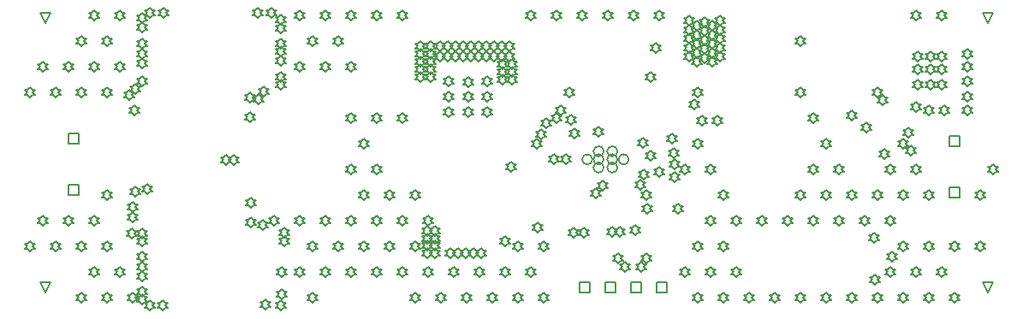
<source format=gbr>
%TF.GenerationSoftware,Altium Limited,Altium Designer,23.0.1 (38)*%
G04 Layer_Color=2752767*
%FSLAX45Y45*%
%MOMM*%
%TF.SameCoordinates,3EE063B3-4F93-4FDD-BE50-ED7C6B7A8C7B*%
%TF.FilePolarity,Positive*%
%TF.FileFunction,Drawing*%
%TF.Part,Single*%
G01*
G75*
%TA.AperFunction,NonConductor*%
%ADD127C,0.12700*%
%ADD128C,0.16933*%
D127*
X228600Y1422400D02*
Y1524000D01*
X330200D01*
Y1422400D01*
X228600D01*
Y914400D02*
Y1016000D01*
X330200D01*
Y914400D01*
X228600D01*
X6045200Y-50800D02*
Y50800D01*
X6146800D01*
Y-50800D01*
X6045200D01*
X5791200D02*
Y50800D01*
X5892800D01*
Y-50800D01*
X5791200D01*
X5537200D02*
Y50800D01*
X5638800D01*
Y-50800D01*
X5537200D01*
X5283200D02*
Y50800D01*
X5384800D01*
Y-50800D01*
X5283200D01*
X8940800Y889000D02*
Y990600D01*
X9042400D01*
Y889000D01*
X8940800D01*
Y1397000D02*
Y1498600D01*
X9042400D01*
Y1397000D01*
X8940800D01*
X0Y2616200D02*
X-50800Y2717800D01*
X50800D01*
X0Y2616200D01*
Y-50800D02*
X-50800Y50800D01*
X50800D01*
X0Y-50800D01*
X9321800D02*
X9271000Y50800D01*
X9372600D01*
X9321800Y-50800D01*
Y2616200D02*
X9271000Y2717800D01*
X9372600D01*
X9321800Y2616200D01*
X6032500Y2324100D02*
X6057900Y2349500D01*
X6083300D01*
X6057900Y2374900D01*
X6083300Y2400300D01*
X6057900D01*
X6032500Y2425700D01*
X6007100Y2400300D01*
X5981700D01*
X6007100Y2374900D01*
X5981700Y2349500D01*
X6007100D01*
X6032500Y2324100D01*
X5981700Y2032000D02*
X6007100Y2057400D01*
X6032500D01*
X6007100Y2082800D01*
X6032500Y2108200D01*
X6007100D01*
X5981700Y2133600D01*
X5956300Y2108200D01*
X5930900D01*
X5956300Y2082800D01*
X5930900Y2057400D01*
X5956300D01*
X5981700Y2032000D01*
X9372600Y1117600D02*
X9398000Y1143000D01*
X9423400D01*
X9398000Y1168400D01*
X9423400Y1193800D01*
X9398000D01*
X9372600Y1219200D01*
X9347200Y1193800D01*
X9321800D01*
X9347200Y1168400D01*
X9321800Y1143000D01*
X9347200D01*
X9372600Y1117600D01*
X9245600Y863600D02*
X9271000Y889000D01*
X9296400D01*
X9271000Y914400D01*
X9296400Y939800D01*
X9271000D01*
X9245600Y965200D01*
X9220200Y939800D01*
X9194800D01*
X9220200Y914400D01*
X9194800Y889000D01*
X9220200D01*
X9245600Y863600D01*
Y355600D02*
X9271000Y381000D01*
X9296400D01*
X9271000Y406400D01*
X9296400Y431800D01*
X9271000D01*
X9245600Y457200D01*
X9220200Y431800D01*
X9194800D01*
X9220200Y406400D01*
X9194800Y381000D01*
X9220200D01*
X9245600Y355600D01*
X8991600D02*
X9017000Y381000D01*
X9042400D01*
X9017000Y406400D01*
X9042400Y431800D01*
X9017000D01*
X8991600Y457200D01*
X8966200Y431800D01*
X8940800D01*
X8966200Y406400D01*
X8940800Y381000D01*
X8966200D01*
X8991600Y355600D01*
Y-152400D02*
X9017000Y-127000D01*
X9042400D01*
X9017000Y-101600D01*
X9042400Y-76200D01*
X9017000D01*
X8991600Y-50800D01*
X8966200Y-76200D01*
X8940800D01*
X8966200Y-101600D01*
X8940800Y-127000D01*
X8966200D01*
X8991600Y-152400D01*
X8864600Y2641600D02*
X8890000Y2667000D01*
X8915400D01*
X8890000Y2692400D01*
X8915400Y2717800D01*
X8890000D01*
X8864600Y2743200D01*
X8839200Y2717800D01*
X8813800D01*
X8839200Y2692400D01*
X8813800Y2667000D01*
X8839200D01*
X8864600Y2641600D01*
X8737600Y863600D02*
X8763000Y889000D01*
X8788400D01*
X8763000Y914400D01*
X8788400Y939800D01*
X8763000D01*
X8737600Y965200D01*
X8712200Y939800D01*
X8686800D01*
X8712200Y914400D01*
X8686800Y889000D01*
X8712200D01*
X8737600Y863600D01*
Y355600D02*
X8763000Y381000D01*
X8788400D01*
X8763000Y406400D01*
X8788400Y431800D01*
X8763000D01*
X8737600Y457200D01*
X8712200Y431800D01*
X8686800D01*
X8712200Y406400D01*
X8686800Y381000D01*
X8712200D01*
X8737600Y355600D01*
X8864600Y101600D02*
X8890000Y127000D01*
X8915400D01*
X8890000Y152400D01*
X8915400Y177800D01*
X8890000D01*
X8864600Y203200D01*
X8839200Y177800D01*
X8813800D01*
X8839200Y152400D01*
X8813800Y127000D01*
X8839200D01*
X8864600Y101600D01*
X8737600Y-152400D02*
X8763000Y-127000D01*
X8788400D01*
X8763000Y-101600D01*
X8788400Y-76200D01*
X8763000D01*
X8737600Y-50800D01*
X8712200Y-76200D01*
X8686800D01*
X8712200Y-101600D01*
X8686800Y-127000D01*
X8712200D01*
X8737600Y-152400D01*
X8610600Y2641600D02*
X8636000Y2667000D01*
X8661400D01*
X8636000Y2692400D01*
X8661400Y2717800D01*
X8636000D01*
X8610600Y2743200D01*
X8585200Y2717800D01*
X8559800D01*
X8585200Y2692400D01*
X8559800Y2667000D01*
X8585200D01*
X8610600Y2641600D01*
X8483600Y1371600D02*
X8509000Y1397000D01*
X8534400D01*
X8509000Y1422400D01*
X8534400Y1447800D01*
X8509000D01*
X8483600Y1473200D01*
X8458200Y1447800D01*
X8432800D01*
X8458200Y1422400D01*
X8432800Y1397000D01*
X8458200D01*
X8483600Y1371600D01*
X8610600Y1117600D02*
X8636000Y1143000D01*
X8661400D01*
X8636000Y1168400D01*
X8661400Y1193800D01*
X8636000D01*
X8610600Y1219200D01*
X8585200Y1193800D01*
X8559800D01*
X8585200Y1168400D01*
X8559800Y1143000D01*
X8585200D01*
X8610600Y1117600D01*
X8483600Y863600D02*
X8509000Y889000D01*
X8534400D01*
X8509000Y914400D01*
X8534400Y939800D01*
X8509000D01*
X8483600Y965200D01*
X8458200Y939800D01*
X8432800D01*
X8458200Y914400D01*
X8432800Y889000D01*
X8458200D01*
X8483600Y863600D01*
Y355600D02*
X8509000Y381000D01*
X8534400D01*
X8509000Y406400D01*
X8534400Y431800D01*
X8509000D01*
X8483600Y457200D01*
X8458200Y431800D01*
X8432800D01*
X8458200Y406400D01*
X8432800Y381000D01*
X8458200D01*
X8483600Y355600D01*
X8610600Y101600D02*
X8636000Y127000D01*
X8661400D01*
X8636000Y152400D01*
X8661400Y177800D01*
X8636000D01*
X8610600Y203200D01*
X8585200Y177800D01*
X8559800D01*
X8585200Y152400D01*
X8559800Y127000D01*
X8585200D01*
X8610600Y101600D01*
X8483600Y-152400D02*
X8509000Y-127000D01*
X8534400D01*
X8509000Y-101600D01*
X8534400Y-76200D01*
X8509000D01*
X8483600Y-50800D01*
X8458200Y-76200D01*
X8432800D01*
X8458200Y-101600D01*
X8432800Y-127000D01*
X8458200D01*
X8483600Y-152400D01*
X8229600Y1879600D02*
X8255000Y1905000D01*
X8280400D01*
X8255000Y1930400D01*
X8280400Y1955800D01*
X8255000D01*
X8229600Y1981200D01*
X8204200Y1955800D01*
X8178800D01*
X8204200Y1930400D01*
X8178800Y1905000D01*
X8204200D01*
X8229600Y1879600D01*
X8356600Y1117600D02*
X8382000Y1143000D01*
X8407400D01*
X8382000Y1168400D01*
X8407400Y1193800D01*
X8382000D01*
X8356600Y1219200D01*
X8331200Y1193800D01*
X8305800D01*
X8331200Y1168400D01*
X8305800Y1143000D01*
X8331200D01*
X8356600Y1117600D01*
X8229600Y863600D02*
X8255000Y889000D01*
X8280400D01*
X8255000Y914400D01*
X8280400Y939800D01*
X8255000D01*
X8229600Y965200D01*
X8204200Y939800D01*
X8178800D01*
X8204200Y914400D01*
X8178800Y889000D01*
X8204200D01*
X8229600Y863600D01*
X8356600Y609600D02*
X8382000Y635000D01*
X8407400D01*
X8382000Y660400D01*
X8407400Y685800D01*
X8382000D01*
X8356600Y711200D01*
X8331200Y685800D01*
X8305800D01*
X8331200Y660400D01*
X8305800Y635000D01*
X8331200D01*
X8356600Y609600D01*
Y101600D02*
X8382000Y127000D01*
X8407400D01*
X8382000Y152400D01*
X8407400Y177800D01*
X8382000D01*
X8356600Y203200D01*
X8331200Y177800D01*
X8305800D01*
X8331200Y152400D01*
X8305800Y127000D01*
X8331200D01*
X8356600Y101600D01*
X8229600Y-152400D02*
X8255000Y-127000D01*
X8280400D01*
X8255000Y-101600D01*
X8280400Y-76200D01*
X8255000D01*
X8229600Y-50800D01*
X8204200Y-76200D01*
X8178800D01*
X8204200Y-101600D01*
X8178800Y-127000D01*
X8204200D01*
X8229600Y-152400D01*
X7975600Y863600D02*
X8001000Y889000D01*
X8026400D01*
X8001000Y914400D01*
X8026400Y939800D01*
X8001000D01*
X7975600Y965200D01*
X7950200Y939800D01*
X7924800D01*
X7950200Y914400D01*
X7924800Y889000D01*
X7950200D01*
X7975600Y863600D01*
X8102600Y609600D02*
X8128000Y635000D01*
X8153400D01*
X8128000Y660400D01*
X8153400Y685800D01*
X8128000D01*
X8102600Y711200D01*
X8077200Y685800D01*
X8051800D01*
X8077200Y660400D01*
X8051800Y635000D01*
X8077200D01*
X8102600Y609600D01*
X7975600Y-152400D02*
X8001000Y-127000D01*
X8026400D01*
X8001000Y-101600D01*
X8026400Y-76200D01*
X8001000D01*
X7975600Y-50800D01*
X7950200Y-76200D01*
X7924800D01*
X7950200Y-101600D01*
X7924800Y-127000D01*
X7950200D01*
X7975600Y-152400D01*
X7721600Y1371600D02*
X7747000Y1397000D01*
X7772400D01*
X7747000Y1422400D01*
X7772400Y1447800D01*
X7747000D01*
X7721600Y1473200D01*
X7696200Y1447800D01*
X7670800D01*
X7696200Y1422400D01*
X7670800Y1397000D01*
X7696200D01*
X7721600Y1371600D01*
X7848600Y1117600D02*
X7874000Y1143000D01*
X7899400D01*
X7874000Y1168400D01*
X7899400Y1193800D01*
X7874000D01*
X7848600Y1219200D01*
X7823200Y1193800D01*
X7797800D01*
X7823200Y1168400D01*
X7797800Y1143000D01*
X7823200D01*
X7848600Y1117600D01*
X7721600Y863600D02*
X7747000Y889000D01*
X7772400D01*
X7747000Y914400D01*
X7772400Y939800D01*
X7747000D01*
X7721600Y965200D01*
X7696200Y939800D01*
X7670800D01*
X7696200Y914400D01*
X7670800Y889000D01*
X7696200D01*
X7721600Y863600D01*
X7848600Y609600D02*
X7874000Y635000D01*
X7899400D01*
X7874000Y660400D01*
X7899400Y685800D01*
X7874000D01*
X7848600Y711200D01*
X7823200Y685800D01*
X7797800D01*
X7823200Y660400D01*
X7797800Y635000D01*
X7823200D01*
X7848600Y609600D01*
X7721600Y-152400D02*
X7747000Y-127000D01*
X7772400D01*
X7747000Y-101600D01*
X7772400Y-76200D01*
X7747000D01*
X7721600Y-50800D01*
X7696200Y-76200D01*
X7670800D01*
X7696200Y-101600D01*
X7670800Y-127000D01*
X7696200D01*
X7721600Y-152400D01*
X7467600Y2387600D02*
X7493000Y2413000D01*
X7518400D01*
X7493000Y2438400D01*
X7518400Y2463800D01*
X7493000D01*
X7467600Y2489200D01*
X7442200Y2463800D01*
X7416800D01*
X7442200Y2438400D01*
X7416800Y2413000D01*
X7442200D01*
X7467600Y2387600D01*
Y1879600D02*
X7493000Y1905000D01*
X7518400D01*
X7493000Y1930400D01*
X7518400Y1955800D01*
X7493000D01*
X7467600Y1981200D01*
X7442200Y1955800D01*
X7416800D01*
X7442200Y1930400D01*
X7416800Y1905000D01*
X7442200D01*
X7467600Y1879600D01*
X7594600Y1625600D02*
X7620000Y1651000D01*
X7645400D01*
X7620000Y1676400D01*
X7645400Y1701800D01*
X7620000D01*
X7594600Y1727200D01*
X7569200Y1701800D01*
X7543800D01*
X7569200Y1676400D01*
X7543800Y1651000D01*
X7569200D01*
X7594600Y1625600D01*
Y1117600D02*
X7620000Y1143000D01*
X7645400D01*
X7620000Y1168400D01*
X7645400Y1193800D01*
X7620000D01*
X7594600Y1219200D01*
X7569200Y1193800D01*
X7543800D01*
X7569200Y1168400D01*
X7543800Y1143000D01*
X7569200D01*
X7594600Y1117600D01*
X7467600Y863600D02*
X7493000Y889000D01*
X7518400D01*
X7493000Y914400D01*
X7518400Y939800D01*
X7493000D01*
X7467600Y965200D01*
X7442200Y939800D01*
X7416800D01*
X7442200Y914400D01*
X7416800Y889000D01*
X7442200D01*
X7467600Y863600D01*
X7594600Y609600D02*
X7620000Y635000D01*
X7645400D01*
X7620000Y660400D01*
X7645400Y685800D01*
X7620000D01*
X7594600Y711200D01*
X7569200Y685800D01*
X7543800D01*
X7569200Y660400D01*
X7543800Y635000D01*
X7569200D01*
X7594600Y609600D01*
X7467600Y-152400D02*
X7493000Y-127000D01*
X7518400D01*
X7493000Y-101600D01*
X7518400Y-76200D01*
X7493000D01*
X7467600Y-50800D01*
X7442200Y-76200D01*
X7416800D01*
X7442200Y-101600D01*
X7416800Y-127000D01*
X7442200D01*
X7467600Y-152400D01*
X7340600Y609600D02*
X7366000Y635000D01*
X7391400D01*
X7366000Y660400D01*
X7391400Y685800D01*
X7366000D01*
X7340600Y711200D01*
X7315200Y685800D01*
X7289800D01*
X7315200Y660400D01*
X7289800Y635000D01*
X7315200D01*
X7340600Y609600D01*
X7213600Y-152400D02*
X7239000Y-127000D01*
X7264400D01*
X7239000Y-101600D01*
X7264400Y-76200D01*
X7239000D01*
X7213600Y-50800D01*
X7188200Y-76200D01*
X7162800D01*
X7188200Y-101600D01*
X7162800Y-127000D01*
X7188200D01*
X7213600Y-152400D01*
X7086600Y609600D02*
X7112000Y635000D01*
X7137400D01*
X7112000Y660400D01*
X7137400Y685800D01*
X7112000D01*
X7086600Y711200D01*
X7061200Y685800D01*
X7035800D01*
X7061200Y660400D01*
X7035800Y635000D01*
X7061200D01*
X7086600Y609600D01*
X6959600Y-152400D02*
X6985000Y-127000D01*
X7010400D01*
X6985000Y-101600D01*
X7010400Y-76200D01*
X6985000D01*
X6959600Y-50800D01*
X6934200Y-76200D01*
X6908800D01*
X6934200Y-101600D01*
X6908800Y-127000D01*
X6934200D01*
X6959600Y-152400D01*
X6705600Y863600D02*
X6731000Y889000D01*
X6756400D01*
X6731000Y914400D01*
X6756400Y939800D01*
X6731000D01*
X6705600Y965200D01*
X6680200Y939800D01*
X6654800D01*
X6680200Y914400D01*
X6654800Y889000D01*
X6680200D01*
X6705600Y863600D01*
X6832600Y609600D02*
X6858000Y635000D01*
X6883400D01*
X6858000Y660400D01*
X6883400Y685800D01*
X6858000D01*
X6832600Y711200D01*
X6807200Y685800D01*
X6781800D01*
X6807200Y660400D01*
X6781800Y635000D01*
X6807200D01*
X6832600Y609600D01*
X6705600Y355600D02*
X6731000Y381000D01*
X6756400D01*
X6731000Y406400D01*
X6756400Y431800D01*
X6731000D01*
X6705600Y457200D01*
X6680200Y431800D01*
X6654800D01*
X6680200Y406400D01*
X6654800Y381000D01*
X6680200D01*
X6705600Y355600D01*
X6832600Y101600D02*
X6858000Y127000D01*
X6883400D01*
X6858000Y152400D01*
X6883400Y177800D01*
X6858000D01*
X6832600Y203200D01*
X6807200Y177800D01*
X6781800D01*
X6807200Y152400D01*
X6781800Y127000D01*
X6807200D01*
X6832600Y101600D01*
X6705600Y-152400D02*
X6731000Y-127000D01*
X6756400D01*
X6731000Y-101600D01*
X6756400Y-76200D01*
X6731000D01*
X6705600Y-50800D01*
X6680200Y-76200D01*
X6654800D01*
X6680200Y-101600D01*
X6654800Y-127000D01*
X6680200D01*
X6705600Y-152400D01*
X6451600Y1879600D02*
X6477000Y1905000D01*
X6502400D01*
X6477000Y1930400D01*
X6502400Y1955800D01*
X6477000D01*
X6451600Y1981200D01*
X6426200Y1955800D01*
X6400800D01*
X6426200Y1930400D01*
X6400800Y1905000D01*
X6426200D01*
X6451600Y1879600D01*
Y1371600D02*
X6477000Y1397000D01*
X6502400D01*
X6477000Y1422400D01*
X6502400Y1447800D01*
X6477000D01*
X6451600Y1473200D01*
X6426200Y1447800D01*
X6400800D01*
X6426200Y1422400D01*
X6400800Y1397000D01*
X6426200D01*
X6451600Y1371600D01*
X6578600Y1117600D02*
X6604000Y1143000D01*
X6629400D01*
X6604000Y1168400D01*
X6629400Y1193800D01*
X6604000D01*
X6578600Y1219200D01*
X6553200Y1193800D01*
X6527800D01*
X6553200Y1168400D01*
X6527800Y1143000D01*
X6553200D01*
X6578600Y1117600D01*
Y609600D02*
X6604000Y635000D01*
X6629400D01*
X6604000Y660400D01*
X6629400Y685800D01*
X6604000D01*
X6578600Y711200D01*
X6553200Y685800D01*
X6527800D01*
X6553200Y660400D01*
X6527800Y635000D01*
X6553200D01*
X6578600Y609600D01*
X6451600Y355600D02*
X6477000Y381000D01*
X6502400D01*
X6477000Y406400D01*
X6502400Y431800D01*
X6477000D01*
X6451600Y457200D01*
X6426200Y431800D01*
X6400800D01*
X6426200Y406400D01*
X6400800Y381000D01*
X6426200D01*
X6451600Y355600D01*
X6578600Y101600D02*
X6604000Y127000D01*
X6629400D01*
X6604000Y152400D01*
X6629400Y177800D01*
X6604000D01*
X6578600Y203200D01*
X6553200Y177800D01*
X6527800D01*
X6553200Y152400D01*
X6527800Y127000D01*
X6553200D01*
X6578600Y101600D01*
X6451600Y-152400D02*
X6477000Y-127000D01*
X6502400D01*
X6477000Y-101600D01*
X6502400Y-76200D01*
X6477000D01*
X6451600Y-50800D01*
X6426200Y-76200D01*
X6400800D01*
X6426200Y-101600D01*
X6400800Y-127000D01*
X6426200D01*
X6451600Y-152400D01*
X6324600Y1117600D02*
X6350000Y1143000D01*
X6375400D01*
X6350000Y1168400D01*
X6375400Y1193800D01*
X6350000D01*
X6324600Y1219200D01*
X6299200Y1193800D01*
X6273800D01*
X6299200Y1168400D01*
X6273800Y1143000D01*
X6299200D01*
X6324600Y1117600D01*
Y101600D02*
X6350000Y127000D01*
X6375400D01*
X6350000Y152400D01*
X6375400Y177800D01*
X6350000D01*
X6324600Y203200D01*
X6299200Y177800D01*
X6273800D01*
X6299200Y152400D01*
X6273800Y127000D01*
X6299200D01*
X6324600Y101600D01*
X6070600Y2641600D02*
X6096000Y2667000D01*
X6121400D01*
X6096000Y2692400D01*
X6121400Y2717800D01*
X6096000D01*
X6070600Y2743200D01*
X6045200Y2717800D01*
X6019800D01*
X6045200Y2692400D01*
X6019800Y2667000D01*
X6045200D01*
X6070600Y2641600D01*
X5943600Y863600D02*
X5969000Y889000D01*
X5994400D01*
X5969000Y914400D01*
X5994400Y939800D01*
X5969000D01*
X5943600Y965200D01*
X5918200Y939800D01*
X5892800D01*
X5918200Y914400D01*
X5892800Y889000D01*
X5918200D01*
X5943600Y863600D01*
X5816600Y2641600D02*
X5842000Y2667000D01*
X5867400D01*
X5842000Y2692400D01*
X5867400Y2717800D01*
X5842000D01*
X5816600Y2743200D01*
X5791200Y2717800D01*
X5765800D01*
X5791200Y2692400D01*
X5765800Y2667000D01*
X5791200D01*
X5816600Y2641600D01*
X5562600D02*
X5588000Y2667000D01*
X5613400D01*
X5588000Y2692400D01*
X5613400Y2717800D01*
X5588000D01*
X5562600Y2743200D01*
X5537200Y2717800D01*
X5511800D01*
X5537200Y2692400D01*
X5511800Y2667000D01*
X5537200D01*
X5562600Y2641600D01*
X5308600D02*
X5334000Y2667000D01*
X5359400D01*
X5334000Y2692400D01*
X5359400Y2717800D01*
X5334000D01*
X5308600Y2743200D01*
X5283200Y2717800D01*
X5257800D01*
X5283200Y2692400D01*
X5257800Y2667000D01*
X5283200D01*
X5308600Y2641600D01*
X5181600Y1879600D02*
X5207000Y1905000D01*
X5232400D01*
X5207000Y1930400D01*
X5232400Y1955800D01*
X5207000D01*
X5181600Y1981200D01*
X5156200Y1955800D01*
X5130800D01*
X5156200Y1930400D01*
X5130800Y1905000D01*
X5156200D01*
X5181600Y1879600D01*
X5054600Y2641600D02*
X5080000Y2667000D01*
X5105400D01*
X5080000Y2692400D01*
X5105400Y2717800D01*
X5080000D01*
X5054600Y2743200D01*
X5029200Y2717800D01*
X5003800D01*
X5029200Y2692400D01*
X5003800Y2667000D01*
X5029200D01*
X5054600Y2641600D01*
Y1625600D02*
X5080000Y1651000D01*
X5105400D01*
X5080000Y1676400D01*
X5105400Y1701800D01*
X5080000D01*
X5054600Y1727200D01*
X5029200Y1701800D01*
X5003800D01*
X5029200Y1676400D01*
X5003800Y1651000D01*
X5029200D01*
X5054600Y1625600D01*
X4927600Y355600D02*
X4953000Y381000D01*
X4978400D01*
X4953000Y406400D01*
X4978400Y431800D01*
X4953000D01*
X4927600Y457200D01*
X4902200Y431800D01*
X4876800D01*
X4902200Y406400D01*
X4876800Y381000D01*
X4902200D01*
X4927600Y355600D01*
Y-152400D02*
X4953000Y-127000D01*
X4978400D01*
X4953000Y-101600D01*
X4978400Y-76200D01*
X4953000D01*
X4927600Y-50800D01*
X4902200Y-76200D01*
X4876800D01*
X4902200Y-101600D01*
X4876800Y-127000D01*
X4902200D01*
X4927600Y-152400D01*
X4800600Y2641600D02*
X4826000Y2667000D01*
X4851400D01*
X4826000Y2692400D01*
X4851400Y2717800D01*
X4826000D01*
X4800600Y2743200D01*
X4775200Y2717800D01*
X4749800D01*
X4775200Y2692400D01*
X4749800Y2667000D01*
X4775200D01*
X4800600Y2641600D01*
X4673600Y355600D02*
X4699000Y381000D01*
X4724400D01*
X4699000Y406400D01*
X4724400Y431800D01*
X4699000D01*
X4673600Y457200D01*
X4648200Y431800D01*
X4622800D01*
X4648200Y406400D01*
X4622800Y381000D01*
X4648200D01*
X4673600Y355600D01*
X4800600Y101600D02*
X4826000Y127000D01*
X4851400D01*
X4826000Y152400D01*
X4851400Y177800D01*
X4826000D01*
X4800600Y203200D01*
X4775200Y177800D01*
X4749800D01*
X4775200Y152400D01*
X4749800Y127000D01*
X4775200D01*
X4800600Y101600D01*
X4673600Y-152400D02*
X4699000Y-127000D01*
X4724400D01*
X4699000Y-101600D01*
X4724400Y-76200D01*
X4699000D01*
X4673600Y-50800D01*
X4648200Y-76200D01*
X4622800D01*
X4648200Y-101600D01*
X4622800Y-127000D01*
X4648200D01*
X4673600Y-152400D01*
X4546600Y101600D02*
X4572000Y127000D01*
X4597400D01*
X4572000Y152400D01*
X4597400Y177800D01*
X4572000D01*
X4546600Y203200D01*
X4521200Y177800D01*
X4495800D01*
X4521200Y152400D01*
X4495800Y127000D01*
X4521200D01*
X4546600Y101600D01*
X4419600Y-152400D02*
X4445000Y-127000D01*
X4470400D01*
X4445000Y-101600D01*
X4470400Y-76200D01*
X4445000D01*
X4419600Y-50800D01*
X4394200Y-76200D01*
X4368800D01*
X4394200Y-101600D01*
X4368800Y-127000D01*
X4394200D01*
X4419600Y-152400D01*
X4292600Y101600D02*
X4318000Y127000D01*
X4343400D01*
X4318000Y152400D01*
X4343400Y177800D01*
X4318000D01*
X4292600Y203200D01*
X4267200Y177800D01*
X4241800D01*
X4267200Y152400D01*
X4241800Y127000D01*
X4267200D01*
X4292600Y101600D01*
X4165600Y-152400D02*
X4191000Y-127000D01*
X4216400D01*
X4191000Y-101600D01*
X4216400Y-76200D01*
X4191000D01*
X4165600Y-50800D01*
X4140200Y-76200D01*
X4114800D01*
X4140200Y-101600D01*
X4114800Y-127000D01*
X4140200D01*
X4165600Y-152400D01*
X4038600Y101600D02*
X4064000Y127000D01*
X4089400D01*
X4064000Y152400D01*
X4089400Y177800D01*
X4064000D01*
X4038600Y203200D01*
X4013200Y177800D01*
X3987800D01*
X4013200Y152400D01*
X3987800Y127000D01*
X4013200D01*
X4038600Y101600D01*
X3911600Y-152400D02*
X3937000Y-127000D01*
X3962400D01*
X3937000Y-101600D01*
X3962400Y-76200D01*
X3937000D01*
X3911600Y-50800D01*
X3886200Y-76200D01*
X3860800D01*
X3886200Y-101600D01*
X3860800Y-127000D01*
X3886200D01*
X3911600Y-152400D01*
X3657600Y863600D02*
X3683000Y889000D01*
X3708400D01*
X3683000Y914400D01*
X3708400Y939800D01*
X3683000D01*
X3657600Y965200D01*
X3632200Y939800D01*
X3606800D01*
X3632200Y914400D01*
X3606800Y889000D01*
X3632200D01*
X3657600Y863600D01*
X3784600Y609600D02*
X3810000Y635000D01*
X3835400D01*
X3810000Y660400D01*
X3835400Y685800D01*
X3810000D01*
X3784600Y711200D01*
X3759200Y685800D01*
X3733800D01*
X3759200Y660400D01*
X3733800Y635000D01*
X3759200D01*
X3784600Y609600D01*
X3657600Y355600D02*
X3683000Y381000D01*
X3708400D01*
X3683000Y406400D01*
X3708400Y431800D01*
X3683000D01*
X3657600Y457200D01*
X3632200Y431800D01*
X3606800D01*
X3632200Y406400D01*
X3606800Y381000D01*
X3632200D01*
X3657600Y355600D01*
X3784600Y101600D02*
X3810000Y127000D01*
X3835400D01*
X3810000Y152400D01*
X3835400Y177800D01*
X3810000D01*
X3784600Y203200D01*
X3759200Y177800D01*
X3733800D01*
X3759200Y152400D01*
X3733800Y127000D01*
X3759200D01*
X3784600Y101600D01*
X3657600Y-152400D02*
X3683000Y-127000D01*
X3708400D01*
X3683000Y-101600D01*
X3708400Y-76200D01*
X3683000D01*
X3657600Y-50800D01*
X3632200Y-76200D01*
X3606800D01*
X3632200Y-101600D01*
X3606800Y-127000D01*
X3632200D01*
X3657600Y-152400D01*
X3530600Y2641600D02*
X3556000Y2667000D01*
X3581400D01*
X3556000Y2692400D01*
X3581400Y2717800D01*
X3556000D01*
X3530600Y2743200D01*
X3505200Y2717800D01*
X3479800D01*
X3505200Y2692400D01*
X3479800Y2667000D01*
X3505200D01*
X3530600Y2641600D01*
Y1625600D02*
X3556000Y1651000D01*
X3581400D01*
X3556000Y1676400D01*
X3581400Y1701800D01*
X3556000D01*
X3530600Y1727200D01*
X3505200Y1701800D01*
X3479800D01*
X3505200Y1676400D01*
X3479800Y1651000D01*
X3505200D01*
X3530600Y1625600D01*
X3403600Y863600D02*
X3429000Y889000D01*
X3454400D01*
X3429000Y914400D01*
X3454400Y939800D01*
X3429000D01*
X3403600Y965200D01*
X3378200Y939800D01*
X3352800D01*
X3378200Y914400D01*
X3352800Y889000D01*
X3378200D01*
X3403600Y863600D01*
X3530600Y609600D02*
X3556000Y635000D01*
X3581400D01*
X3556000Y660400D01*
X3581400Y685800D01*
X3556000D01*
X3530600Y711200D01*
X3505200Y685800D01*
X3479800D01*
X3505200Y660400D01*
X3479800Y635000D01*
X3505200D01*
X3530600Y609600D01*
X3403600Y355600D02*
X3429000Y381000D01*
X3454400D01*
X3429000Y406400D01*
X3454400Y431800D01*
X3429000D01*
X3403600Y457200D01*
X3378200Y431800D01*
X3352800D01*
X3378200Y406400D01*
X3352800Y381000D01*
X3378200D01*
X3403600Y355600D01*
X3530600Y101600D02*
X3556000Y127000D01*
X3581400D01*
X3556000Y152400D01*
X3581400Y177800D01*
X3556000D01*
X3530600Y203200D01*
X3505200Y177800D01*
X3479800D01*
X3505200Y152400D01*
X3479800Y127000D01*
X3505200D01*
X3530600Y101600D01*
X3276600Y2641600D02*
X3302000Y2667000D01*
X3327400D01*
X3302000Y2692400D01*
X3327400Y2717800D01*
X3302000D01*
X3276600Y2743200D01*
X3251200Y2717800D01*
X3225800D01*
X3251200Y2692400D01*
X3225800Y2667000D01*
X3251200D01*
X3276600Y2641600D01*
Y1625600D02*
X3302000Y1651000D01*
X3327400D01*
X3302000Y1676400D01*
X3327400Y1701800D01*
X3302000D01*
X3276600Y1727200D01*
X3251200Y1701800D01*
X3225800D01*
X3251200Y1676400D01*
X3225800Y1651000D01*
X3251200D01*
X3276600Y1625600D01*
X3149600Y1371600D02*
X3175000Y1397000D01*
X3200400D01*
X3175000Y1422400D01*
X3200400Y1447800D01*
X3175000D01*
X3149600Y1473200D01*
X3124200Y1447800D01*
X3098800D01*
X3124200Y1422400D01*
X3098800Y1397000D01*
X3124200D01*
X3149600Y1371600D01*
X3276600Y1117600D02*
X3302000Y1143000D01*
X3327400D01*
X3302000Y1168400D01*
X3327400Y1193800D01*
X3302000D01*
X3276600Y1219200D01*
X3251200Y1193800D01*
X3225800D01*
X3251200Y1168400D01*
X3225800Y1143000D01*
X3251200D01*
X3276600Y1117600D01*
X3149600Y863600D02*
X3175000Y889000D01*
X3200400D01*
X3175000Y914400D01*
X3200400Y939800D01*
X3175000D01*
X3149600Y965200D01*
X3124200Y939800D01*
X3098800D01*
X3124200Y914400D01*
X3098800Y889000D01*
X3124200D01*
X3149600Y863600D01*
X3276600Y609600D02*
X3302000Y635000D01*
X3327400D01*
X3302000Y660400D01*
X3327400Y685800D01*
X3302000D01*
X3276600Y711200D01*
X3251200Y685800D01*
X3225800D01*
X3251200Y660400D01*
X3225800Y635000D01*
X3251200D01*
X3276600Y609600D01*
X3149600Y355600D02*
X3175000Y381000D01*
X3200400D01*
X3175000Y406400D01*
X3200400Y431800D01*
X3175000D01*
X3149600Y457200D01*
X3124200Y431800D01*
X3098800D01*
X3124200Y406400D01*
X3098800Y381000D01*
X3124200D01*
X3149600Y355600D01*
X3276600Y101600D02*
X3302000Y127000D01*
X3327400D01*
X3302000Y152400D01*
X3327400Y177800D01*
X3302000D01*
X3276600Y203200D01*
X3251200Y177800D01*
X3225800D01*
X3251200Y152400D01*
X3225800Y127000D01*
X3251200D01*
X3276600Y101600D01*
X3022600Y2641600D02*
X3048000Y2667000D01*
X3073400D01*
X3048000Y2692400D01*
X3073400Y2717800D01*
X3048000D01*
X3022600Y2743200D01*
X2997200Y2717800D01*
X2971800D01*
X2997200Y2692400D01*
X2971800Y2667000D01*
X2997200D01*
X3022600Y2641600D01*
X2895600Y2387600D02*
X2921000Y2413000D01*
X2946400D01*
X2921000Y2438400D01*
X2946400Y2463800D01*
X2921000D01*
X2895600Y2489200D01*
X2870200Y2463800D01*
X2844800D01*
X2870200Y2438400D01*
X2844800Y2413000D01*
X2870200D01*
X2895600Y2387600D01*
X3022600Y2133600D02*
X3048000Y2159000D01*
X3073400D01*
X3048000Y2184400D01*
X3073400Y2209800D01*
X3048000D01*
X3022600Y2235200D01*
X2997200Y2209800D01*
X2971800D01*
X2997200Y2184400D01*
X2971800Y2159000D01*
X2997200D01*
X3022600Y2133600D01*
Y1625600D02*
X3048000Y1651000D01*
X3073400D01*
X3048000Y1676400D01*
X3073400Y1701800D01*
X3048000D01*
X3022600Y1727200D01*
X2997200Y1701800D01*
X2971800D01*
X2997200Y1676400D01*
X2971800Y1651000D01*
X2997200D01*
X3022600Y1625600D01*
Y1117600D02*
X3048000Y1143000D01*
X3073400D01*
X3048000Y1168400D01*
X3073400Y1193800D01*
X3048000D01*
X3022600Y1219200D01*
X2997200Y1193800D01*
X2971800D01*
X2997200Y1168400D01*
X2971800Y1143000D01*
X2997200D01*
X3022600Y1117600D01*
Y609600D02*
X3048000Y635000D01*
X3073400D01*
X3048000Y660400D01*
X3073400Y685800D01*
X3048000D01*
X3022600Y711200D01*
X2997200Y685800D01*
X2971800D01*
X2997200Y660400D01*
X2971800Y635000D01*
X2997200D01*
X3022600Y609600D01*
X2895600Y355600D02*
X2921000Y381000D01*
X2946400D01*
X2921000Y406400D01*
X2946400Y431800D01*
X2921000D01*
X2895600Y457200D01*
X2870200Y431800D01*
X2844800D01*
X2870200Y406400D01*
X2844800Y381000D01*
X2870200D01*
X2895600Y355600D01*
X3022600Y101600D02*
X3048000Y127000D01*
X3073400D01*
X3048000Y152400D01*
X3073400Y177800D01*
X3048000D01*
X3022600Y203200D01*
X2997200Y177800D01*
X2971800D01*
X2997200Y152400D01*
X2971800Y127000D01*
X2997200D01*
X3022600Y101600D01*
X2768600Y2641600D02*
X2794000Y2667000D01*
X2819400D01*
X2794000Y2692400D01*
X2819400Y2717800D01*
X2794000D01*
X2768600Y2743200D01*
X2743200Y2717800D01*
X2717800D01*
X2743200Y2692400D01*
X2717800Y2667000D01*
X2743200D01*
X2768600Y2641600D01*
X2641600Y2387600D02*
X2667000Y2413000D01*
X2692400D01*
X2667000Y2438400D01*
X2692400Y2463800D01*
X2667000D01*
X2641600Y2489200D01*
X2616200Y2463800D01*
X2590800D01*
X2616200Y2438400D01*
X2590800Y2413000D01*
X2616200D01*
X2641600Y2387600D01*
X2768600Y2133600D02*
X2794000Y2159000D01*
X2819400D01*
X2794000Y2184400D01*
X2819400Y2209800D01*
X2794000D01*
X2768600Y2235200D01*
X2743200Y2209800D01*
X2717800D01*
X2743200Y2184400D01*
X2717800Y2159000D01*
X2743200D01*
X2768600Y2133600D01*
Y609600D02*
X2794000Y635000D01*
X2819400D01*
X2794000Y660400D01*
X2819400Y685800D01*
X2794000D01*
X2768600Y711200D01*
X2743200Y685800D01*
X2717800D01*
X2743200Y660400D01*
X2717800Y635000D01*
X2743200D01*
X2768600Y609600D01*
X2641600Y355600D02*
X2667000Y381000D01*
X2692400D01*
X2667000Y406400D01*
X2692400Y431800D01*
X2667000D01*
X2641600Y457200D01*
X2616200Y431800D01*
X2590800D01*
X2616200Y406400D01*
X2590800Y381000D01*
X2616200D01*
X2641600Y355600D01*
X2768600Y101600D02*
X2794000Y127000D01*
X2819400D01*
X2794000Y152400D01*
X2819400Y177800D01*
X2794000D01*
X2768600Y203200D01*
X2743200Y177800D01*
X2717800D01*
X2743200Y152400D01*
X2717800Y127000D01*
X2743200D01*
X2768600Y101600D01*
X2641600Y-152400D02*
X2667000Y-127000D01*
X2692400D01*
X2667000Y-101600D01*
X2692400Y-76200D01*
X2667000D01*
X2641600Y-50800D01*
X2616200Y-76200D01*
X2590800D01*
X2616200Y-101600D01*
X2590800Y-127000D01*
X2616200D01*
X2641600Y-152400D01*
X2514600Y2641600D02*
X2540000Y2667000D01*
X2565400D01*
X2540000Y2692400D01*
X2565400Y2717800D01*
X2540000D01*
X2514600Y2743200D01*
X2489200Y2717800D01*
X2463800D01*
X2489200Y2692400D01*
X2463800Y2667000D01*
X2489200D01*
X2514600Y2641600D01*
Y2133600D02*
X2540000Y2159000D01*
X2565400D01*
X2540000Y2184400D01*
X2565400Y2209800D01*
X2540000D01*
X2514600Y2235200D01*
X2489200Y2209800D01*
X2463800D01*
X2489200Y2184400D01*
X2463800Y2159000D01*
X2489200D01*
X2514600Y2133600D01*
Y609600D02*
X2540000Y635000D01*
X2565400D01*
X2540000Y660400D01*
X2565400Y685800D01*
X2540000D01*
X2514600Y711200D01*
X2489200Y685800D01*
X2463800D01*
X2489200Y660400D01*
X2463800Y635000D01*
X2489200D01*
X2514600Y609600D01*
Y101600D02*
X2540000Y127000D01*
X2565400D01*
X2540000Y152400D01*
X2565400Y177800D01*
X2540000D01*
X2514600Y203200D01*
X2489200Y177800D01*
X2463800D01*
X2489200Y152400D01*
X2463800Y127000D01*
X2489200D01*
X2514600Y101600D01*
X2260600Y609600D02*
X2286000Y635000D01*
X2311400D01*
X2286000Y660400D01*
X2311400Y685800D01*
X2286000D01*
X2260600Y711200D01*
X2235200Y685800D01*
X2209800D01*
X2235200Y660400D01*
X2209800Y635000D01*
X2235200D01*
X2260600Y609600D01*
X863600Y-152400D02*
X889000Y-127000D01*
X914400D01*
X889000Y-101600D01*
X914400Y-76200D01*
X889000D01*
X863600Y-50800D01*
X838200Y-76200D01*
X812800D01*
X838200Y-101600D01*
X812800Y-127000D01*
X838200D01*
X863600Y-152400D01*
X736600Y2641600D02*
X762000Y2667000D01*
X787400D01*
X762000Y2692400D01*
X787400Y2717800D01*
X762000D01*
X736600Y2743200D01*
X711200Y2717800D01*
X685800D01*
X711200Y2692400D01*
X685800Y2667000D01*
X711200D01*
X736600Y2641600D01*
X609600Y2387600D02*
X635000Y2413000D01*
X660400D01*
X635000Y2438400D01*
X660400Y2463800D01*
X635000D01*
X609600Y2489200D01*
X584200Y2463800D01*
X558800D01*
X584200Y2438400D01*
X558800Y2413000D01*
X584200D01*
X609600Y2387600D01*
X736600Y2133600D02*
X762000Y2159000D01*
X787400D01*
X762000Y2184400D01*
X787400Y2209800D01*
X762000D01*
X736600Y2235200D01*
X711200Y2209800D01*
X685800D01*
X711200Y2184400D01*
X685800Y2159000D01*
X711200D01*
X736600Y2133600D01*
X609600Y1879600D02*
X635000Y1905000D01*
X660400D01*
X635000Y1930400D01*
X660400Y1955800D01*
X635000D01*
X609600Y1981200D01*
X584200Y1955800D01*
X558800D01*
X584200Y1930400D01*
X558800Y1905000D01*
X584200D01*
X609600Y1879600D01*
Y863600D02*
X635000Y889000D01*
X660400D01*
X635000Y914400D01*
X660400Y939800D01*
X635000D01*
X609600Y965200D01*
X584200Y939800D01*
X558800D01*
X584200Y914400D01*
X558800Y889000D01*
X584200D01*
X609600Y863600D01*
Y355600D02*
X635000Y381000D01*
X660400D01*
X635000Y406400D01*
X660400Y431800D01*
X635000D01*
X609600Y457200D01*
X584200Y431800D01*
X558800D01*
X584200Y406400D01*
X558800Y381000D01*
X584200D01*
X609600Y355600D01*
X736600Y101600D02*
X762000Y127000D01*
X787400D01*
X762000Y152400D01*
X787400Y177800D01*
X762000D01*
X736600Y203200D01*
X711200Y177800D01*
X685800D01*
X711200Y152400D01*
X685800Y127000D01*
X711200D01*
X736600Y101600D01*
X609600Y-152400D02*
X635000Y-127000D01*
X660400D01*
X635000Y-101600D01*
X660400Y-76200D01*
X635000D01*
X609600Y-50800D01*
X584200Y-76200D01*
X558800D01*
X584200Y-101600D01*
X558800Y-127000D01*
X584200D01*
X609600Y-152400D01*
X482600Y2641600D02*
X508000Y2667000D01*
X533400D01*
X508000Y2692400D01*
X533400Y2717800D01*
X508000D01*
X482600Y2743200D01*
X457200Y2717800D01*
X431800D01*
X457200Y2692400D01*
X431800Y2667000D01*
X457200D01*
X482600Y2641600D01*
X355600Y2387600D02*
X381000Y2413000D01*
X406400D01*
X381000Y2438400D01*
X406400Y2463800D01*
X381000D01*
X355600Y2489200D01*
X330200Y2463800D01*
X304800D01*
X330200Y2438400D01*
X304800Y2413000D01*
X330200D01*
X355600Y2387600D01*
X482600Y2133600D02*
X508000Y2159000D01*
X533400D01*
X508000Y2184400D01*
X533400Y2209800D01*
X508000D01*
X482600Y2235200D01*
X457200Y2209800D01*
X431800D01*
X457200Y2184400D01*
X431800Y2159000D01*
X457200D01*
X482600Y2133600D01*
X355600Y1879600D02*
X381000Y1905000D01*
X406400D01*
X381000Y1930400D01*
X406400Y1955800D01*
X381000D01*
X355600Y1981200D01*
X330200Y1955800D01*
X304800D01*
X330200Y1930400D01*
X304800Y1905000D01*
X330200D01*
X355600Y1879600D01*
X482600Y609600D02*
X508000Y635000D01*
X533400D01*
X508000Y660400D01*
X533400Y685800D01*
X508000D01*
X482600Y711200D01*
X457200Y685800D01*
X431800D01*
X457200Y660400D01*
X431800Y635000D01*
X457200D01*
X482600Y609600D01*
X355600Y355600D02*
X381000Y381000D01*
X406400D01*
X381000Y406400D01*
X406400Y431800D01*
X381000D01*
X355600Y457200D01*
X330200Y431800D01*
X304800D01*
X330200Y406400D01*
X304800Y381000D01*
X330200D01*
X355600Y355600D01*
X482600Y101600D02*
X508000Y127000D01*
X533400D01*
X508000Y152400D01*
X533400Y177800D01*
X508000D01*
X482600Y203200D01*
X457200Y177800D01*
X431800D01*
X457200Y152400D01*
X431800Y127000D01*
X457200D01*
X482600Y101600D01*
X355600Y-152400D02*
X381000Y-127000D01*
X406400D01*
X381000Y-101600D01*
X406400Y-76200D01*
X381000D01*
X355600Y-50800D01*
X330200Y-76200D01*
X304800D01*
X330200Y-101600D01*
X304800Y-127000D01*
X330200D01*
X355600Y-152400D01*
X228600Y2133600D02*
X254000Y2159000D01*
X279400D01*
X254000Y2184400D01*
X279400Y2209800D01*
X254000D01*
X228600Y2235200D01*
X203200Y2209800D01*
X177800D01*
X203200Y2184400D01*
X177800Y2159000D01*
X203200D01*
X228600Y2133600D01*
X101600Y1879600D02*
X127000Y1905000D01*
X152400D01*
X127000Y1930400D01*
X152400Y1955800D01*
X127000D01*
X101600Y1981200D01*
X76200Y1955800D01*
X50800D01*
X76200Y1930400D01*
X50800Y1905000D01*
X76200D01*
X101600Y1879600D01*
X228600Y609600D02*
X254000Y635000D01*
X279400D01*
X254000Y660400D01*
X279400Y685800D01*
X254000D01*
X228600Y711200D01*
X203200Y685800D01*
X177800D01*
X203200Y660400D01*
X177800Y635000D01*
X203200D01*
X228600Y609600D01*
X101600Y355600D02*
X127000Y381000D01*
X152400D01*
X127000Y406400D01*
X152400Y431800D01*
X127000D01*
X101600Y457200D01*
X76200Y431800D01*
X50800D01*
X76200Y406400D01*
X50800Y381000D01*
X76200D01*
X101600Y355600D01*
X-25400Y2133600D02*
X0Y2159000D01*
X25400D01*
X0Y2184400D01*
X25400Y2209800D01*
X0D01*
X-25400Y2235200D01*
X-50800Y2209800D01*
X-76200D01*
X-50800Y2184400D01*
X-76200Y2159000D01*
X-50800D01*
X-25400Y2133600D01*
X-152400Y1879600D02*
X-127000Y1905000D01*
X-101600D01*
X-127000Y1930400D01*
X-101600Y1955800D01*
X-127000D01*
X-152400Y1981200D01*
X-177800Y1955800D01*
X-203200D01*
X-177800Y1930400D01*
X-203200Y1905000D01*
X-177800D01*
X-152400Y1879600D01*
X-25400Y609600D02*
X0Y635000D01*
X25400D01*
X0Y660400D01*
X25400Y685800D01*
X0D01*
X-25400Y711200D01*
X-50800Y685800D01*
X-76200D01*
X-50800Y660400D01*
X-76200Y635000D01*
X-50800D01*
X-25400Y609600D01*
X-152400Y355600D02*
X-127000Y381000D01*
X-101600D01*
X-127000Y406400D01*
X-101600Y431800D01*
X-127000D01*
X-152400Y457200D01*
X-177800Y431800D01*
X-203200D01*
X-177800Y406400D01*
X-203200Y381000D01*
X-177800D01*
X-152400Y355600D01*
X6197600Y1422400D02*
X6223000Y1447800D01*
X6248400D01*
X6223000Y1473200D01*
X6248400Y1498600D01*
X6223000D01*
X6197600Y1524000D01*
X6172200Y1498600D01*
X6146800D01*
X6172200Y1473200D01*
X6146800Y1447800D01*
X6172200D01*
X6197600Y1422400D01*
X6210300Y1282700D02*
X6235700Y1308100D01*
X6261100D01*
X6235700Y1333500D01*
X6261100Y1358900D01*
X6235700D01*
X6210300Y1384300D01*
X6184900Y1358900D01*
X6159500D01*
X6184900Y1333500D01*
X6159500Y1308100D01*
X6184900D01*
X6210300Y1282700D01*
X6223000Y1168400D02*
X6248400Y1193800D01*
X6273800D01*
X6248400Y1219200D01*
X6273800Y1244600D01*
X6248400D01*
X6223000Y1270000D01*
X6197600Y1244600D01*
X6172200D01*
X6197600Y1219200D01*
X6172200Y1193800D01*
X6197600D01*
X6223000Y1168400D01*
Y1041400D02*
X6248400Y1066800D01*
X6273800D01*
X6248400Y1092200D01*
X6273800Y1117600D01*
X6248400D01*
X6223000Y1143000D01*
X6197600Y1117600D01*
X6172200D01*
X6197600Y1092200D01*
X6172200Y1066800D01*
X6197600D01*
X6223000Y1041400D01*
X5905500Y1384300D02*
X5930900Y1409700D01*
X5956300D01*
X5930900Y1435100D01*
X5956300Y1460500D01*
X5930900D01*
X5905500Y1485900D01*
X5880100Y1460500D01*
X5854700D01*
X5880100Y1435100D01*
X5854700Y1409700D01*
X5880100D01*
X5905500Y1384300D01*
X5981700Y1257300D02*
X6007100Y1282700D01*
X6032500D01*
X6007100Y1308100D01*
X6032500Y1333500D01*
X6007100D01*
X5981700Y1358900D01*
X5956300Y1333500D01*
X5930900D01*
X5956300Y1308100D01*
X5930900Y1282700D01*
X5956300D01*
X5981700Y1257300D01*
X5918200Y1066800D02*
X5943600Y1092200D01*
X5969000D01*
X5943600Y1117600D01*
X5969000Y1143000D01*
X5943600D01*
X5918200Y1168400D01*
X5892800Y1143000D01*
X5867400D01*
X5892800Y1117600D01*
X5867400Y1092200D01*
X5892800D01*
X5918200Y1066800D01*
X5880100Y965200D02*
X5905500Y990600D01*
X5930900D01*
X5905500Y1016000D01*
X5930900Y1041400D01*
X5905500D01*
X5880100Y1066800D01*
X5854700Y1041400D01*
X5829300D01*
X5854700Y1016000D01*
X5829300Y990600D01*
X5854700D01*
X5880100Y965200D01*
X5143500Y1219200D02*
X5168900Y1244600D01*
X5194300D01*
X5168900Y1270000D01*
X5194300Y1295400D01*
X5168900D01*
X5143500Y1320800D01*
X5118100Y1295400D01*
X5092700D01*
X5118100Y1270000D01*
X5092700Y1244600D01*
X5118100D01*
X5143500Y1219200D01*
X4178300Y1981200D02*
X4203700Y2006600D01*
X4229100D01*
X4203700Y2032000D01*
X4229100Y2057400D01*
X4203700D01*
X4178300Y2082800D01*
X4152900Y2057400D01*
X4127500D01*
X4152900Y2032000D01*
X4127500Y2006600D01*
X4152900D01*
X4178300Y1981200D01*
X8610600Y1739900D02*
X8636000Y1765300D01*
X8661400D01*
X8636000Y1790700D01*
X8661400Y1816100D01*
X8636000D01*
X8610600Y1841500D01*
X8585200Y1816100D01*
X8559800D01*
X8585200Y1790700D01*
X8559800Y1765300D01*
X8585200D01*
X8610600Y1739900D01*
X8737600Y1701800D02*
X8763000Y1727200D01*
X8788400D01*
X8763000Y1752600D01*
X8788400Y1778000D01*
X8763000D01*
X8737600Y1803400D01*
X8712200Y1778000D01*
X8686800D01*
X8712200Y1752600D01*
X8686800Y1727200D01*
X8712200D01*
X8737600Y1701800D01*
X8890000D02*
X8915400Y1727200D01*
X8940800D01*
X8915400Y1752600D01*
X8940800Y1778000D01*
X8915400D01*
X8890000Y1803400D01*
X8864600Y1778000D01*
X8839200D01*
X8864600Y1752600D01*
X8839200Y1727200D01*
X8864600D01*
X8890000Y1701800D01*
X9118600D02*
X9144000Y1727200D01*
X9169400D01*
X9144000Y1752600D01*
X9169400Y1778000D01*
X9144000D01*
X9118600Y1803400D01*
X9093200Y1778000D01*
X9067800D01*
X9093200Y1752600D01*
X9067800Y1727200D01*
X9093200D01*
X9118600Y1701800D01*
Y1841500D02*
X9144000Y1866900D01*
X9169400D01*
X9144000Y1892300D01*
X9169400Y1917700D01*
X9144000D01*
X9118600Y1943100D01*
X9093200Y1917700D01*
X9067800D01*
X9093200Y1892300D01*
X9067800Y1866900D01*
X9093200D01*
X9118600Y1841500D01*
Y1993900D02*
X9144000Y2019300D01*
X9169400D01*
X9144000Y2044700D01*
X9169400Y2070100D01*
X9144000D01*
X9118600Y2095500D01*
X9093200Y2070100D01*
X9067800D01*
X9093200Y2044700D01*
X9067800Y2019300D01*
X9093200D01*
X9118600Y1993900D01*
Y2133600D02*
X9144000Y2159000D01*
X9169400D01*
X9144000Y2184400D01*
X9169400Y2209800D01*
X9144000D01*
X9118600Y2235200D01*
X9093200Y2209800D01*
X9067800D01*
X9093200Y2184400D01*
X9067800Y2159000D01*
X9093200D01*
X9118600Y2133600D01*
Y2260600D02*
X9144000Y2286000D01*
X9169400D01*
X9144000Y2311400D01*
X9169400Y2336800D01*
X9144000D01*
X9118600Y2362200D01*
X9093200Y2336800D01*
X9067800D01*
X9093200Y2311400D01*
X9067800Y2286000D01*
X9093200D01*
X9118600Y2260600D01*
X8750300Y2235200D02*
X8775700Y2260600D01*
X8801100D01*
X8775700Y2286000D01*
X8801100Y2311400D01*
X8775700D01*
X8750300Y2336800D01*
X8724900Y2311400D01*
X8699500D01*
X8724900Y2286000D01*
X8699500Y2260600D01*
X8724900D01*
X8750300Y2235200D01*
Y2108200D02*
X8775700Y2133600D01*
X8801100D01*
X8775700Y2159000D01*
X8801100Y2184400D01*
X8775700D01*
X8750300Y2209800D01*
X8724900Y2184400D01*
X8699500D01*
X8724900Y2159000D01*
X8699500Y2133600D01*
X8724900D01*
X8750300Y2108200D01*
Y1955800D02*
X8775700Y1981200D01*
X8801100D01*
X8775700Y2006600D01*
X8801100Y2032000D01*
X8775700D01*
X8750300Y2057400D01*
X8724900Y2032000D01*
X8699500D01*
X8724900Y2006600D01*
X8699500Y1981200D01*
X8724900D01*
X8750300Y1955800D01*
X8864600D02*
X8890000Y1981200D01*
X8915400D01*
X8890000Y2006600D01*
X8915400Y2032000D01*
X8890000D01*
X8864600Y2057400D01*
X8839200Y2032000D01*
X8813800D01*
X8839200Y2006600D01*
X8813800Y1981200D01*
X8839200D01*
X8864600Y1955800D01*
X8623300D02*
X8648700Y1981200D01*
X8674100D01*
X8648700Y2006600D01*
X8674100Y2032000D01*
X8648700D01*
X8623300Y2057400D01*
X8597900Y2032000D01*
X8572500D01*
X8597900Y2006600D01*
X8572500Y1981200D01*
X8597900D01*
X8623300Y1955800D01*
X8864600Y2108200D02*
X8890000Y2133600D01*
X8915400D01*
X8890000Y2159000D01*
X8915400Y2184400D01*
X8890000D01*
X8864600Y2209800D01*
X8839200Y2184400D01*
X8813800D01*
X8839200Y2159000D01*
X8813800Y2133600D01*
X8839200D01*
X8864600Y2108200D01*
X8623300D02*
X8648700Y2133600D01*
X8674100D01*
X8648700Y2159000D01*
X8674100Y2184400D01*
X8648700D01*
X8623300Y2209800D01*
X8597900Y2184400D01*
X8572500D01*
X8597900Y2159000D01*
X8572500Y2133600D01*
X8597900D01*
X8623300Y2108200D01*
X8864600Y2235200D02*
X8890000Y2260600D01*
X8915400D01*
X8890000Y2286000D01*
X8915400Y2311400D01*
X8890000D01*
X8864600Y2336800D01*
X8839200Y2311400D01*
X8813800D01*
X8839200Y2286000D01*
X8813800Y2260600D01*
X8839200D01*
X8864600Y2235200D01*
X8623300D02*
X8648700Y2260600D01*
X8674100D01*
X8648700Y2286000D01*
X8674100Y2311400D01*
X8648700D01*
X8623300Y2336800D01*
X8597900Y2311400D01*
X8572500D01*
X8597900Y2286000D01*
X8572500Y2260600D01*
X8597900D01*
X8623300Y2235200D01*
X4953000Y1574800D02*
X4978400Y1600200D01*
X5003800D01*
X4978400Y1625600D01*
X5003800Y1651000D01*
X4978400D01*
X4953000Y1676400D01*
X4927600Y1651000D01*
X4902200D01*
X4927600Y1625600D01*
X4902200Y1600200D01*
X4927600D01*
X4953000Y1574800D01*
X5092700Y1701800D02*
X5118100Y1727200D01*
X5143500D01*
X5118100Y1752600D01*
X5143500Y1778000D01*
X5118100D01*
X5092700Y1803400D01*
X5067300Y1778000D01*
X5041900D01*
X5067300Y1752600D01*
X5041900Y1727200D01*
X5067300D01*
X5092700Y1701800D01*
X4368800Y1841500D02*
X4394200Y1866900D01*
X4419600D01*
X4394200Y1892300D01*
X4419600Y1917700D01*
X4394200D01*
X4368800Y1943100D01*
X4343400Y1917700D01*
X4318000D01*
X4343400Y1892300D01*
X4318000Y1866900D01*
X4343400D01*
X4368800Y1841500D01*
X4178300D02*
X4203700Y1866900D01*
X4229100D01*
X4203700Y1892300D01*
X4229100Y1917700D01*
X4203700D01*
X4178300Y1943100D01*
X4152900Y1917700D01*
X4127500D01*
X4152900Y1892300D01*
X4127500Y1866900D01*
X4152900D01*
X4178300Y1841500D01*
X3987800Y1993900D02*
X4013200Y2019300D01*
X4038600D01*
X4013200Y2044700D01*
X4038600Y2070100D01*
X4013200D01*
X3987800Y2095500D01*
X3962400Y2070100D01*
X3937000D01*
X3962400Y2044700D01*
X3937000Y2019300D01*
X3962400D01*
X3987800Y1993900D01*
Y1841500D02*
X4013200Y1866900D01*
X4038600D01*
X4013200Y1892300D01*
X4038600Y1917700D01*
X4013200D01*
X3987800Y1943100D01*
X3962400Y1917700D01*
X3937000D01*
X3962400Y1892300D01*
X3937000Y1866900D01*
X3962400D01*
X3987800Y1841500D01*
Y1689100D02*
X4013200Y1714500D01*
X4038600D01*
X4013200Y1739900D01*
X4038600Y1765300D01*
X4013200D01*
X3987800Y1790700D01*
X3962400Y1765300D01*
X3937000D01*
X3962400Y1739900D01*
X3937000Y1714500D01*
X3962400D01*
X3987800Y1689100D01*
X4178300D02*
X4203700Y1714500D01*
X4229100D01*
X4203700Y1739900D01*
X4229100Y1765300D01*
X4203700D01*
X4178300Y1790700D01*
X4152900Y1765300D01*
X4127500D01*
X4152900Y1739900D01*
X4127500Y1714500D01*
X4152900D01*
X4178300Y1689100D01*
X4368800D02*
X4394200Y1714500D01*
X4419600D01*
X4394200Y1739900D01*
X4419600Y1765300D01*
X4394200D01*
X4368800Y1790700D01*
X4343400Y1765300D01*
X4318000D01*
X4343400Y1739900D01*
X4318000Y1714500D01*
X4343400D01*
X4368800Y1689100D01*
Y1993900D02*
X4394200Y2019300D01*
X4419600D01*
X4394200Y2044700D01*
X4419600Y2070100D01*
X4394200D01*
X4368800Y2095500D01*
X4343400Y2070100D01*
X4318000D01*
X4343400Y2044700D01*
X4318000Y2019300D01*
X4343400D01*
X4368800Y1993900D01*
X1155700Y-228600D02*
X1181100Y-203200D01*
X1206500D01*
X1181100Y-177800D01*
X1206500Y-152400D01*
X1181100D01*
X1155700Y-127000D01*
X1130300Y-152400D01*
X1104900D01*
X1130300Y-177800D01*
X1104900Y-203200D01*
X1130300D01*
X1155700Y-228600D01*
X1028700D02*
X1054100Y-203200D01*
X1079500D01*
X1054100Y-177800D01*
X1079500Y-152400D01*
X1054100D01*
X1028700Y-127000D01*
X1003300Y-152400D01*
X977900D01*
X1003300Y-177800D01*
X977900Y-203200D01*
X1003300D01*
X1028700Y-228600D01*
X952500Y-165100D02*
X977900Y-139700D01*
X1003300D01*
X977900Y-114300D01*
X1003300Y-88900D01*
X977900D01*
X952500Y-63500D01*
X927100Y-88900D01*
X901700D01*
X927100Y-114300D01*
X901700Y-139700D01*
X927100D01*
X952500Y-165100D01*
Y-88900D02*
X977900Y-63500D01*
X1003300D01*
X977900Y-38100D01*
X1003300Y-12700D01*
X977900D01*
X952500Y12700D01*
X927100Y-12700D01*
X901700D01*
X927100Y-38100D01*
X901700Y-63500D01*
X927100D01*
X952500Y-88900D01*
Y63500D02*
X977900Y88900D01*
X1003300D01*
X977900Y114300D01*
X1003300Y139700D01*
X977900D01*
X952500Y165100D01*
X927100Y139700D01*
X901700D01*
X927100Y114300D01*
X901700Y88900D01*
X927100D01*
X952500Y63500D01*
Y152400D02*
X977900Y177800D01*
X1003300D01*
X977900Y203200D01*
X1003300Y228600D01*
X977900D01*
X952500Y254000D01*
X927100Y228600D01*
X901700D01*
X927100Y203200D01*
X901700Y177800D01*
X927100D01*
X952500Y152400D01*
Y254000D02*
X977900Y279400D01*
X1003300D01*
X977900Y304800D01*
X1003300Y330200D01*
X977900D01*
X952500Y355600D01*
X927100Y330200D01*
X901700D01*
X927100Y304800D01*
X901700Y279400D01*
X927100D01*
X952500Y254000D01*
Y406400D02*
X977900Y431800D01*
X1003300D01*
X977900Y457200D01*
X1003300Y482600D01*
X977900D01*
X952500Y508000D01*
X927100Y482600D01*
X901700D01*
X927100Y457200D01*
X901700Y431800D01*
X927100D01*
X952500Y406400D01*
Y482600D02*
X977900Y508000D01*
X1003300D01*
X977900Y533400D01*
X1003300Y558800D01*
X977900D01*
X952500Y584200D01*
X927100Y558800D01*
X901700D01*
X927100Y533400D01*
X901700Y508000D01*
X927100D01*
X952500Y482600D01*
X850900D02*
X876300Y508000D01*
X901700D01*
X876300Y533400D01*
X901700Y558800D01*
X876300D01*
X850900Y584200D01*
X825500Y558800D01*
X800100D01*
X825500Y533400D01*
X800100Y508000D01*
X825500D01*
X850900Y482600D01*
X863600Y647700D02*
X889000Y673100D01*
X914400D01*
X889000Y698500D01*
X914400Y723900D01*
X889000D01*
X863600Y749300D01*
X838200Y723900D01*
X812800D01*
X838200Y698500D01*
X812800Y673100D01*
X838200D01*
X863600Y647700D01*
Y749300D02*
X889000Y774700D01*
X914400D01*
X889000Y800100D01*
X914400Y825500D01*
X889000D01*
X863600Y850900D01*
X838200Y825500D01*
X812800D01*
X838200Y800100D01*
X812800Y774700D01*
X838200D01*
X863600Y749300D01*
X889000Y901700D02*
X914400Y927100D01*
X939800D01*
X914400Y952500D01*
X939800Y977900D01*
X914400D01*
X889000Y1003300D01*
X863600Y977900D01*
X838200D01*
X863600Y952500D01*
X838200Y927100D01*
X863600D01*
X889000Y901700D01*
X1003300Y927100D02*
X1028700Y952500D01*
X1054100D01*
X1028700Y977900D01*
X1054100Y1003300D01*
X1028700D01*
X1003300Y1028700D01*
X977900Y1003300D01*
X952500D01*
X977900Y977900D01*
X952500Y952500D01*
X977900D01*
X1003300Y927100D01*
X876300Y1701800D02*
X901700Y1727200D01*
X927100D01*
X901700Y1752600D01*
X927100Y1778000D01*
X901700D01*
X876300Y1803400D01*
X850900Y1778000D01*
X825500D01*
X850900Y1752600D01*
X825500Y1727200D01*
X850900D01*
X876300Y1701800D01*
X825500Y1854200D02*
X850900Y1879600D01*
X876300D01*
X850900Y1905000D01*
X876300Y1930400D01*
X850900D01*
X825500Y1955800D01*
X800100Y1930400D01*
X774700D01*
X800100Y1905000D01*
X774700Y1879600D01*
X800100D01*
X825500Y1854200D01*
X889000Y1917700D02*
X914400Y1943100D01*
X939800D01*
X914400Y1968500D01*
X939800Y1993900D01*
X914400D01*
X889000Y2019300D01*
X863600Y1993900D01*
X838200D01*
X863600Y1968500D01*
X838200Y1943100D01*
X863600D01*
X889000Y1917700D01*
X952500Y1993900D02*
X977900Y2019300D01*
X1003300D01*
X977900Y2044700D01*
X1003300Y2070100D01*
X977900D01*
X952500Y2095500D01*
X927100Y2070100D01*
X901700D01*
X927100Y2044700D01*
X901700Y2019300D01*
X927100D01*
X952500Y1993900D01*
Y2171700D02*
X977900Y2197100D01*
X1003300D01*
X977900Y2222500D01*
X1003300Y2247900D01*
X977900D01*
X952500Y2273300D01*
X927100Y2247900D01*
X901700D01*
X927100Y2222500D01*
X901700Y2197100D01*
X927100D01*
X952500Y2171700D01*
Y2260600D02*
X977900Y2286000D01*
X1003300D01*
X977900Y2311400D01*
X1003300Y2336800D01*
X977900D01*
X952500Y2362200D01*
X927100Y2336800D01*
X901700D01*
X927100Y2311400D01*
X901700Y2286000D01*
X927100D01*
X952500Y2260600D01*
Y2362200D02*
X977900Y2387600D01*
X1003300D01*
X977900Y2413000D01*
X1003300Y2438400D01*
X977900D01*
X952500Y2463800D01*
X927100Y2438400D01*
X901700D01*
X927100Y2413000D01*
X901700Y2387600D01*
X927100D01*
X952500Y2362200D01*
Y2527300D02*
X977900Y2552700D01*
X1003300D01*
X977900Y2578100D01*
X1003300Y2603500D01*
X977900D01*
X952500Y2628900D01*
X927100Y2603500D01*
X901700D01*
X927100Y2578100D01*
X901700Y2552700D01*
X927100D01*
X952500Y2527300D01*
Y2616200D02*
X977900Y2641600D01*
X1003300D01*
X977900Y2667000D01*
X1003300Y2692400D01*
X977900D01*
X952500Y2717800D01*
X927100Y2692400D01*
X901700D01*
X927100Y2667000D01*
X901700Y2641600D01*
X927100D01*
X952500Y2616200D01*
X1028700Y2667000D02*
X1054100Y2692400D01*
X1079500D01*
X1054100Y2717800D01*
X1079500Y2743200D01*
X1054100D01*
X1028700Y2768600D01*
X1003300Y2743200D01*
X977900D01*
X1003300Y2717800D01*
X977900Y2692400D01*
X1003300D01*
X1028700Y2667000D01*
X1168400D02*
X1193800Y2692400D01*
X1219200D01*
X1193800Y2717800D01*
X1219200Y2743200D01*
X1193800D01*
X1168400Y2768600D01*
X1143000Y2743200D01*
X1117600D01*
X1143000Y2717800D01*
X1117600Y2692400D01*
X1143000D01*
X1168400Y2667000D01*
X2095500D02*
X2120900Y2692400D01*
X2146300D01*
X2120900Y2717800D01*
X2146300Y2743200D01*
X2120900D01*
X2095500Y2768600D01*
X2070100Y2743200D01*
X2044700D01*
X2070100Y2717800D01*
X2044700Y2692400D01*
X2070100D01*
X2095500Y2667000D01*
X2235200D02*
X2260600Y2692400D01*
X2286000D01*
X2260600Y2717800D01*
X2286000Y2743200D01*
X2260600D01*
X2235200Y2768600D01*
X2209800Y2743200D01*
X2184400D01*
X2209800Y2717800D01*
X2184400Y2692400D01*
X2209800D01*
X2235200Y2667000D01*
X2324100Y2603500D02*
X2349500Y2628900D01*
X2374900D01*
X2349500Y2654300D01*
X2374900Y2679700D01*
X2349500D01*
X2324100Y2705100D01*
X2298700Y2679700D01*
X2273300D01*
X2298700Y2654300D01*
X2273300Y2628900D01*
X2298700D01*
X2324100Y2603500D01*
Y2514600D02*
X2349500Y2540000D01*
X2374900D01*
X2349500Y2565400D01*
X2374900Y2590800D01*
X2349500D01*
X2324100Y2616200D01*
X2298700Y2590800D01*
X2273300D01*
X2298700Y2565400D01*
X2273300Y2540000D01*
X2298700D01*
X2324100Y2514600D01*
Y2362200D02*
X2349500Y2387600D01*
X2374900D01*
X2349500Y2413000D01*
X2374900Y2438400D01*
X2349500D01*
X2324100Y2463800D01*
X2298700Y2438400D01*
X2273300D01*
X2298700Y2413000D01*
X2273300Y2387600D01*
X2298700D01*
X2324100Y2362200D01*
Y2286000D02*
X2349500Y2311400D01*
X2374900D01*
X2349500Y2336800D01*
X2374900Y2362200D01*
X2349500D01*
X2324100Y2387600D01*
X2298700Y2362200D01*
X2273300D01*
X2298700Y2336800D01*
X2273300Y2311400D01*
X2298700D01*
X2324100Y2286000D01*
Y2197100D02*
X2349500Y2222500D01*
X2374900D01*
X2349500Y2247900D01*
X2374900Y2273300D01*
X2349500D01*
X2324100Y2298700D01*
X2298700Y2273300D01*
X2273300D01*
X2298700Y2247900D01*
X2273300Y2222500D01*
X2298700D01*
X2324100Y2197100D01*
Y2032000D02*
X2349500Y2057400D01*
X2374900D01*
X2349500Y2082800D01*
X2374900Y2108200D01*
X2349500D01*
X2324100Y2133600D01*
X2298700Y2108200D01*
X2273300D01*
X2298700Y2082800D01*
X2273300Y2057400D01*
X2298700D01*
X2324100Y2032000D01*
Y1955800D02*
X2349500Y1981200D01*
X2374900D01*
X2349500Y2006600D01*
X2374900Y2032000D01*
X2349500D01*
X2324100Y2057400D01*
X2298700Y2032000D01*
X2273300D01*
X2298700Y2006600D01*
X2273300Y1981200D01*
X2298700D01*
X2324100Y1955800D01*
X2159000Y1892300D02*
X2184400Y1917700D01*
X2209800D01*
X2184400Y1943100D01*
X2209800Y1968500D01*
X2184400D01*
X2159000Y1993900D01*
X2133600Y1968500D01*
X2108200D01*
X2133600Y1943100D01*
X2108200Y1917700D01*
X2133600D01*
X2159000Y1892300D01*
X2019300Y1828800D02*
X2044700Y1854200D01*
X2070100D01*
X2044700Y1879600D01*
X2070100Y1905000D01*
X2044700D01*
X2019300Y1930400D01*
X1993900Y1905000D01*
X1968500D01*
X1993900Y1879600D01*
X1968500Y1854200D01*
X1993900D01*
X2019300Y1828800D01*
X2108200Y1816100D02*
X2133600Y1841500D01*
X2159000D01*
X2133600Y1866900D01*
X2159000Y1892300D01*
X2133600D01*
X2108200Y1917700D01*
X2082800Y1892300D01*
X2057400D01*
X2082800Y1866900D01*
X2057400Y1841500D01*
X2082800D01*
X2108200Y1816100D01*
X2019300Y1638300D02*
X2044700Y1663700D01*
X2070100D01*
X2044700Y1689100D01*
X2070100Y1714500D01*
X2044700D01*
X2019300Y1739900D01*
X1993900Y1714500D01*
X1968500D01*
X1993900Y1689100D01*
X1968500Y1663700D01*
X1993900D01*
X2019300Y1638300D01*
X2032000Y787400D02*
X2057400Y812800D01*
X2082800D01*
X2057400Y838200D01*
X2082800Y863600D01*
X2057400D01*
X2032000Y889000D01*
X2006600Y863600D01*
X1981200D01*
X2006600Y838200D01*
X1981200Y812800D01*
X2006600D01*
X2032000Y787400D01*
Y596900D02*
X2057400Y622300D01*
X2082800D01*
X2057400Y647700D01*
X2082800Y673100D01*
X2057400D01*
X2032000Y698500D01*
X2006600Y673100D01*
X1981200D01*
X2006600Y647700D01*
X1981200Y622300D01*
X2006600D01*
X2032000Y596900D01*
X2146300Y571500D02*
X2171700Y596900D01*
X2197100D01*
X2171700Y622300D01*
X2197100Y647700D01*
X2171700D01*
X2146300Y673100D01*
X2120900Y647700D01*
X2095500D01*
X2120900Y622300D01*
X2095500Y596900D01*
X2120900D01*
X2146300Y571500D01*
X2362200Y495300D02*
X2387600Y520700D01*
X2413000D01*
X2387600Y546100D01*
X2413000Y571500D01*
X2387600D01*
X2362200Y596900D01*
X2336800Y571500D01*
X2311400D01*
X2336800Y546100D01*
X2311400Y520700D01*
X2336800D01*
X2362200Y495300D01*
Y406400D02*
X2387600Y431800D01*
X2413000D01*
X2387600Y457200D01*
X2413000Y482600D01*
X2387600D01*
X2362200Y508000D01*
X2336800Y482600D01*
X2311400D01*
X2336800Y457200D01*
X2311400Y431800D01*
X2336800D01*
X2362200Y406400D01*
X2336800Y101600D02*
X2362200Y127000D01*
X2387600D01*
X2362200Y152400D01*
X2387600Y177800D01*
X2362200D01*
X2336800Y203200D01*
X2311400Y177800D01*
X2286000D01*
X2311400Y152400D01*
X2286000Y127000D01*
X2311400D01*
X2336800Y101600D01*
Y-114300D02*
X2362200Y-88900D01*
X2387600D01*
X2362200Y-63500D01*
X2387600Y-38100D01*
X2362200D01*
X2336800Y-12700D01*
X2311400Y-38100D01*
X2286000D01*
X2311400Y-63500D01*
X2286000Y-88900D01*
X2311400D01*
X2336800Y-114300D01*
X2324100Y-228600D02*
X2349500Y-203200D01*
X2374900D01*
X2349500Y-177800D01*
X2374900Y-152400D01*
X2349500D01*
X2324100Y-127000D01*
X2298700Y-152400D01*
X2273300D01*
X2298700Y-177800D01*
X2273300Y-203200D01*
X2298700D01*
X2324100Y-228600D01*
X2171700Y-215900D02*
X2197100Y-190500D01*
X2222500D01*
X2197100Y-165100D01*
X2222500Y-139700D01*
X2197100D01*
X2171700Y-114300D01*
X2146300Y-139700D01*
X2120900D01*
X2146300Y-165100D01*
X2120900Y-190500D01*
X2146300D01*
X2171700Y-215900D01*
X3848100Y508000D02*
X3873500Y533400D01*
X3898900D01*
X3873500Y558800D01*
X3898900Y584200D01*
X3873500D01*
X3848100Y609600D01*
X3822700Y584200D01*
X3797300D01*
X3822700Y558800D01*
X3797300Y533400D01*
X3822700D01*
X3848100Y508000D01*
X3771900D02*
X3797300Y533400D01*
X3822700D01*
X3797300Y558800D01*
X3822700Y584200D01*
X3797300D01*
X3771900Y609600D01*
X3746500Y584200D01*
X3721100D01*
X3746500Y558800D01*
X3721100Y533400D01*
X3746500D01*
X3771900Y508000D01*
X3849193Y436257D02*
X3874593Y461657D01*
X3899993D01*
X3874593Y487057D01*
X3899993Y512457D01*
X3874593D01*
X3849193Y537857D01*
X3823793Y512457D01*
X3798393D01*
X3823793Y487057D01*
X3798393Y461657D01*
X3823793D01*
X3849193Y436257D01*
X3772993D02*
X3798393Y461657D01*
X3823793D01*
X3798393Y487057D01*
X3823793Y512457D01*
X3798393D01*
X3772993Y537857D01*
X3747593Y512457D01*
X3722193D01*
X3747593Y487057D01*
X3722193Y461657D01*
X3747593D01*
X3772993Y436257D01*
X3848100Y368300D02*
X3873500Y393700D01*
X3898900D01*
X3873500Y419100D01*
X3898900Y444500D01*
X3873500D01*
X3848100Y469900D01*
X3822700Y444500D01*
X3797300D01*
X3822700Y419100D01*
X3797300Y393700D01*
X3822700D01*
X3848100Y368300D01*
X3771900D02*
X3797300Y393700D01*
X3822700D01*
X3797300Y419100D01*
X3822700Y444500D01*
X3797300D01*
X3771900Y469900D01*
X3746500Y444500D01*
X3721100D01*
X3746500Y419100D01*
X3721100Y393700D01*
X3746500D01*
X3771900Y368300D01*
Y292100D02*
X3797300Y317500D01*
X3822700D01*
X3797300Y342900D01*
X3822700Y368300D01*
X3797300D01*
X3771900Y393700D01*
X3746500Y368300D01*
X3721100D01*
X3746500Y342900D01*
X3721100Y317500D01*
X3746500D01*
X3771900Y292100D01*
X3848100D02*
X3873500Y317500D01*
X3898900D01*
X3873500Y342900D01*
X3898900Y368300D01*
X3873500D01*
X3848100Y393700D01*
X3822700Y368300D01*
X3797300D01*
X3822700Y342900D01*
X3797300Y317500D01*
X3822700D01*
X3848100Y292100D01*
X4305300D02*
X4330700Y317500D01*
X4356100D01*
X4330700Y342900D01*
X4356100Y368300D01*
X4330700D01*
X4305300Y393700D01*
X4279900Y368300D01*
X4254500D01*
X4279900Y342900D01*
X4254500Y317500D01*
X4279900D01*
X4305300Y292100D01*
X4229100D02*
X4254500Y317500D01*
X4279900D01*
X4254500Y342900D01*
X4279900Y368300D01*
X4254500D01*
X4229100Y393700D01*
X4203700Y368300D01*
X4178300D01*
X4203700Y342900D01*
X4178300Y317500D01*
X4203700D01*
X4229100Y292100D01*
X4152900D02*
X4178300Y317500D01*
X4203700D01*
X4178300Y342900D01*
X4203700Y368300D01*
X4178300D01*
X4152900Y393700D01*
X4127500Y368300D01*
X4102100D01*
X4127500Y342900D01*
X4102100Y317500D01*
X4127500D01*
X4152900Y292100D01*
X4076700D02*
X4102100Y317500D01*
X4127500D01*
X4102100Y342900D01*
X4127500Y368300D01*
X4102100D01*
X4076700Y393700D01*
X4051300Y368300D01*
X4025900D01*
X4051300Y342900D01*
X4025900Y317500D01*
X4051300D01*
X4076700Y292100D01*
X4000500D02*
X4025900Y317500D01*
X4051300D01*
X4025900Y342900D01*
X4051300Y368300D01*
X4025900D01*
X4000500Y393700D01*
X3975100Y368300D01*
X3949700D01*
X3975100Y342900D01*
X3949700Y317500D01*
X3975100D01*
X4000500Y292100D01*
X5219700Y495300D02*
X5245100Y520700D01*
X5270500D01*
X5245100Y546100D01*
X5270500Y571500D01*
X5245100D01*
X5219700Y596900D01*
X5194300Y571500D01*
X5168900D01*
X5194300Y546100D01*
X5168900Y520700D01*
X5194300D01*
X5219700Y495300D01*
X5321300D02*
X5346700Y520700D01*
X5372100D01*
X5346700Y546100D01*
X5372100Y571500D01*
X5346700D01*
X5321300Y596900D01*
X5295900Y571500D01*
X5270500D01*
X5295900Y546100D01*
X5270500Y520700D01*
X5295900D01*
X5321300Y495300D01*
X5829300Y520700D02*
X5854700Y546100D01*
X5880100D01*
X5854700Y571500D01*
X5880100Y596900D01*
X5854700D01*
X5829300Y622300D01*
X5803900Y596900D01*
X5778500D01*
X5803900Y571500D01*
X5778500Y546100D01*
X5803900D01*
X5829300Y520700D01*
X5664200Y241300D02*
X5689600Y266700D01*
X5715000D01*
X5689600Y292100D01*
X5715000Y317500D01*
X5689600D01*
X5664200Y342900D01*
X5638800Y317500D01*
X5613400D01*
X5638800Y292100D01*
X5613400Y266700D01*
X5638800D01*
X5664200Y241300D01*
X5727700Y152400D02*
X5753100Y177800D01*
X5778500D01*
X5753100Y203200D01*
X5778500Y228600D01*
X5753100D01*
X5727700Y254000D01*
X5702300Y228600D01*
X5676900D01*
X5702300Y203200D01*
X5676900Y177800D01*
X5702300D01*
X5727700Y152400D01*
X5892800D02*
X5918200Y177800D01*
X5943600D01*
X5918200Y203200D01*
X5943600Y228600D01*
X5918200D01*
X5892800Y254000D01*
X5867400Y228600D01*
X5842000D01*
X5867400Y203200D01*
X5842000Y177800D01*
X5867400D01*
X5892800Y152400D01*
X5943600Y241300D02*
X5969000Y266700D01*
X5994400D01*
X5969000Y292100D01*
X5994400Y317500D01*
X5969000D01*
X5943600Y342900D01*
X5918200Y317500D01*
X5892800D01*
X5918200Y292100D01*
X5892800Y266700D01*
X5918200D01*
X5943600Y241300D01*
X6413500Y1765300D02*
X6438900Y1790700D01*
X6464300D01*
X6438900Y1816100D01*
X6464300Y1841500D01*
X6438900D01*
X6413500Y1866900D01*
X6388100Y1841500D01*
X6362700D01*
X6388100Y1816100D01*
X6362700Y1790700D01*
X6388100D01*
X6413500Y1765300D01*
X6489700Y1600200D02*
X6515100Y1625600D01*
X6540500D01*
X6515100Y1651000D01*
X6540500Y1676400D01*
X6515100D01*
X6489700Y1701800D01*
X6464300Y1676400D01*
X6438900D01*
X6464300Y1651000D01*
X6438900Y1625600D01*
X6464300D01*
X6489700Y1600200D01*
X6642100D02*
X6667500Y1625600D01*
X6692900D01*
X6667500Y1651000D01*
X6692900Y1676400D01*
X6667500D01*
X6642100Y1701800D01*
X6616700Y1676400D01*
X6591300D01*
X6616700Y1651000D01*
X6591300Y1625600D01*
X6616700D01*
X6642100Y1600200D01*
X8204200Y25400D02*
X8229600Y50800D01*
X8255000D01*
X8229600Y76200D01*
X8255000Y101600D01*
X8229600D01*
X8204200Y127000D01*
X8178800Y101600D01*
X8153400D01*
X8178800Y76200D01*
X8153400Y50800D01*
X8178800D01*
X8204200Y25400D01*
X8191500Y444500D02*
X8216900Y469900D01*
X8242300D01*
X8216900Y495300D01*
X8242300Y520700D01*
X8216900D01*
X8191500Y546100D01*
X8166100Y520700D01*
X8140700D01*
X8166100Y495300D01*
X8140700Y469900D01*
X8166100D01*
X8191500Y444500D01*
X8369300Y254000D02*
X8394700Y279400D01*
X8420100D01*
X8394700Y304800D01*
X8420100Y330200D01*
X8394700D01*
X8369300Y355600D01*
X8343900Y330200D01*
X8318500D01*
X8343900Y304800D01*
X8318500Y279400D01*
X8343900D01*
X8369300Y254000D01*
X8534400Y1485900D02*
X8559800Y1511300D01*
X8585200D01*
X8559800Y1536700D01*
X8585200Y1562100D01*
X8559800D01*
X8534400Y1587500D01*
X8509000Y1562100D01*
X8483600D01*
X8509000Y1536700D01*
X8483600Y1511300D01*
X8509000D01*
X8534400Y1485900D01*
X8559800Y1308100D02*
X8585200Y1333500D01*
X8610600D01*
X8585200Y1358900D01*
X8610600Y1384300D01*
X8585200D01*
X8559800Y1409700D01*
X8534400Y1384300D01*
X8509000D01*
X8534400Y1358900D01*
X8509000Y1333500D01*
X8534400D01*
X8559800Y1308100D01*
X8293100Y1270000D02*
X8318500Y1295400D01*
X8343900D01*
X8318500Y1320800D01*
X8343900Y1346200D01*
X8318500D01*
X8293100Y1371600D01*
X8267700Y1346200D01*
X8242300D01*
X8267700Y1320800D01*
X8242300Y1295400D01*
X8267700D01*
X8293100Y1270000D01*
X8280400Y1803400D02*
X8305800Y1828800D01*
X8331200D01*
X8305800Y1854200D01*
X8331200Y1879600D01*
X8305800D01*
X8280400Y1905000D01*
X8255000Y1879600D01*
X8229600D01*
X8255000Y1854200D01*
X8229600Y1828800D01*
X8255000D01*
X8280400Y1803400D01*
X8115300Y1536700D02*
X8140700Y1562100D01*
X8166100D01*
X8140700Y1587500D01*
X8166100Y1612900D01*
X8140700D01*
X8115300Y1638300D01*
X8089900Y1612900D01*
X8064500D01*
X8089900Y1587500D01*
X8064500Y1562100D01*
X8089900D01*
X8115300Y1536700D01*
X7975600Y1651000D02*
X8001000Y1676400D01*
X8026400D01*
X8001000Y1701800D01*
X8026400Y1727200D01*
X8001000D01*
X7975600Y1752600D01*
X7950200Y1727200D01*
X7924800D01*
X7950200Y1701800D01*
X7924800Y1676400D01*
X7950200D01*
X7975600Y1651000D01*
X4521200Y2006600D02*
X4546600Y2032000D01*
X4572000D01*
X4546600Y2057400D01*
X4572000Y2082800D01*
X4546600D01*
X4521200Y2108200D01*
X4495800Y2082800D01*
X4470400D01*
X4495800Y2057400D01*
X4470400Y2032000D01*
X4495800D01*
X4521200Y2006600D01*
X4610100D02*
X4635500Y2032000D01*
X4660900D01*
X4635500Y2057400D01*
X4660900Y2082800D01*
X4635500D01*
X4610100Y2108200D01*
X4584700Y2082800D01*
X4559300D01*
X4584700Y2057400D01*
X4559300Y2032000D01*
X4584700D01*
X4610100Y2006600D01*
X4521200Y2082800D02*
X4546600Y2108200D01*
X4572000D01*
X4546600Y2133600D01*
X4572000Y2159000D01*
X4546600D01*
X4521200Y2184400D01*
X4495800Y2159000D01*
X4470400D01*
X4495800Y2133600D01*
X4470400Y2108200D01*
X4495800D01*
X4521200Y2082800D01*
X4610100D02*
X4635500Y2108200D01*
X4660900D01*
X4635500Y2133600D01*
X4660900Y2159000D01*
X4635500D01*
X4610100Y2184400D01*
X4584700Y2159000D01*
X4559300D01*
X4584700Y2133600D01*
X4559300Y2108200D01*
X4584700D01*
X4610100Y2082800D01*
X4521200Y2159000D02*
X4546600Y2184400D01*
X4572000D01*
X4546600Y2209800D01*
X4572000Y2235200D01*
X4546600D01*
X4521200Y2260600D01*
X4495800Y2235200D01*
X4470400D01*
X4495800Y2209800D01*
X4470400Y2184400D01*
X4495800D01*
X4521200Y2159000D01*
X4610100D02*
X4635500Y2184400D01*
X4660900D01*
X4635500Y2209800D01*
X4660900Y2235200D01*
X4635500D01*
X4610100Y2260600D01*
X4584700Y2235200D01*
X4559300D01*
X4584700Y2209800D01*
X4559300Y2184400D01*
X4584700D01*
X4610100Y2159000D01*
X4584700Y2336800D02*
X4610100Y2362200D01*
X4635500D01*
X4610100Y2387600D01*
X4635500Y2413000D01*
X4610100D01*
X4584700Y2438400D01*
X4559300Y2413000D01*
X4533900D01*
X4559300Y2387600D01*
X4533900Y2362200D01*
X4559300D01*
X4584700Y2336800D01*
Y2235200D02*
X4610100Y2260600D01*
X4635500D01*
X4610100Y2286000D01*
X4635500Y2311400D01*
X4610100D01*
X4584700Y2336800D01*
X4559300Y2311400D01*
X4533900D01*
X4559300Y2286000D01*
X4533900Y2260600D01*
X4559300D01*
X4584700Y2235200D01*
X4508500Y2336800D02*
X4533900Y2362200D01*
X4559300D01*
X4533900Y2387600D01*
X4559300Y2413000D01*
X4533900D01*
X4508500Y2438400D01*
X4483100Y2413000D01*
X4457700D01*
X4483100Y2387600D01*
X4457700Y2362200D01*
X4483100D01*
X4508500Y2336800D01*
Y2235200D02*
X4533900Y2260600D01*
X4559300D01*
X4533900Y2286000D01*
X4559300Y2311400D01*
X4533900D01*
X4508500Y2336800D01*
X4483100Y2311400D01*
X4457700D01*
X4483100Y2286000D01*
X4457700Y2260600D01*
X4483100D01*
X4508500Y2235200D01*
X4432300Y2336800D02*
X4457700Y2362200D01*
X4483100D01*
X4457700Y2387600D01*
X4483100Y2413000D01*
X4457700D01*
X4432300Y2438400D01*
X4406900Y2413000D01*
X4381500D01*
X4406900Y2387600D01*
X4381500Y2362200D01*
X4406900D01*
X4432300Y2336800D01*
Y2235200D02*
X4457700Y2260600D01*
X4483100D01*
X4457700Y2286000D01*
X4483100Y2311400D01*
X4457700D01*
X4432300Y2336800D01*
X4406900Y2311400D01*
X4381500D01*
X4406900Y2286000D01*
X4381500Y2260600D01*
X4406900D01*
X4432300Y2235200D01*
X4356100Y2336800D02*
X4381500Y2362200D01*
X4406900D01*
X4381500Y2387600D01*
X4406900Y2413000D01*
X4381500D01*
X4356100Y2438400D01*
X4330700Y2413000D01*
X4305300D01*
X4330700Y2387600D01*
X4305300Y2362200D01*
X4330700D01*
X4356100Y2336800D01*
Y2235200D02*
X4381500Y2260600D01*
X4406900D01*
X4381500Y2286000D01*
X4406900Y2311400D01*
X4381500D01*
X4356100Y2336800D01*
X4330700Y2311400D01*
X4305300D01*
X4330700Y2286000D01*
X4305300Y2260600D01*
X4330700D01*
X4356100Y2235200D01*
X4279900Y2336800D02*
X4305300Y2362200D01*
X4330700D01*
X4305300Y2387600D01*
X4330700Y2413000D01*
X4305300D01*
X4279900Y2438400D01*
X4254500Y2413000D01*
X4229100D01*
X4254500Y2387600D01*
X4229100Y2362200D01*
X4254500D01*
X4279900Y2336800D01*
Y2235200D02*
X4305300Y2260600D01*
X4330700D01*
X4305300Y2286000D01*
X4330700Y2311400D01*
X4305300D01*
X4279900Y2336800D01*
X4254500Y2311400D01*
X4229100D01*
X4254500Y2286000D01*
X4229100Y2260600D01*
X4254500D01*
X4279900Y2235200D01*
X4203700Y2336800D02*
X4229100Y2362200D01*
X4254500D01*
X4229100Y2387600D01*
X4254500Y2413000D01*
X4229100D01*
X4203700Y2438400D01*
X4178300Y2413000D01*
X4152900D01*
X4178300Y2387600D01*
X4152900Y2362200D01*
X4178300D01*
X4203700Y2336800D01*
Y2235200D02*
X4229100Y2260600D01*
X4254500D01*
X4229100Y2286000D01*
X4254500Y2311400D01*
X4229100D01*
X4203700Y2336800D01*
X4178300Y2311400D01*
X4152900D01*
X4178300Y2286000D01*
X4152900Y2260600D01*
X4178300D01*
X4203700Y2235200D01*
X4127500Y2336800D02*
X4152900Y2362200D01*
X4178300D01*
X4152900Y2387600D01*
X4178300Y2413000D01*
X4152900D01*
X4127500Y2438400D01*
X4102100Y2413000D01*
X4076700D01*
X4102100Y2387600D01*
X4076700Y2362200D01*
X4102100D01*
X4127500Y2336800D01*
Y2235200D02*
X4152900Y2260600D01*
X4178300D01*
X4152900Y2286000D01*
X4178300Y2311400D01*
X4152900D01*
X4127500Y2336800D01*
X4102100Y2311400D01*
X4076700D01*
X4102100Y2286000D01*
X4076700Y2260600D01*
X4102100D01*
X4127500Y2235200D01*
X4051300Y2336800D02*
X4076700Y2362200D01*
X4102100D01*
X4076700Y2387600D01*
X4102100Y2413000D01*
X4076700D01*
X4051300Y2438400D01*
X4025900Y2413000D01*
X4000500D01*
X4025900Y2387600D01*
X4000500Y2362200D01*
X4025900D01*
X4051300Y2336800D01*
Y2235200D02*
X4076700Y2260600D01*
X4102100D01*
X4076700Y2286000D01*
X4102100Y2311400D01*
X4076700D01*
X4051300Y2336800D01*
X4025900Y2311400D01*
X4000500D01*
X4025900Y2286000D01*
X4000500Y2260600D01*
X4025900D01*
X4051300Y2235200D01*
X3975100Y2336800D02*
X4000500Y2362200D01*
X4025900D01*
X4000500Y2387600D01*
X4025900Y2413000D01*
X4000500D01*
X3975100Y2438400D01*
X3949700Y2413000D01*
X3924300D01*
X3949700Y2387600D01*
X3924300Y2362200D01*
X3949700D01*
X3975100Y2336800D01*
Y2235200D02*
X4000500Y2260600D01*
X4025900D01*
X4000500Y2286000D01*
X4025900Y2311400D01*
X4000500D01*
X3975100Y2336800D01*
X3949700Y2311400D01*
X3924300D01*
X3949700Y2286000D01*
X3924300Y2260600D01*
X3949700D01*
X3975100Y2235200D01*
X3898900Y2336800D02*
X3924300Y2362200D01*
X3949700D01*
X3924300Y2387600D01*
X3949700Y2413000D01*
X3924300D01*
X3898900Y2438400D01*
X3873500Y2413000D01*
X3848100D01*
X3873500Y2387600D01*
X3848100Y2362200D01*
X3873500D01*
X3898900Y2336800D01*
Y2235200D02*
X3924300Y2260600D01*
X3949700D01*
X3924300Y2286000D01*
X3949700Y2311400D01*
X3924300D01*
X3898900Y2336800D01*
X3873500Y2311400D01*
X3848100D01*
X3873500Y2286000D01*
X3848100Y2260600D01*
X3873500D01*
X3898900Y2235200D01*
X3810000Y2336800D02*
X3835400Y2362200D01*
X3860800D01*
X3835400Y2387600D01*
X3860800Y2413000D01*
X3835400D01*
X3810000Y2438400D01*
X3784600Y2413000D01*
X3759200D01*
X3784600Y2387600D01*
X3759200Y2362200D01*
X3784600D01*
X3810000Y2336800D01*
X3708400D02*
X3733800Y2362200D01*
X3759200D01*
X3733800Y2387600D01*
X3759200Y2413000D01*
X3733800D01*
X3708400Y2438400D01*
X3683000Y2413000D01*
X3657600D01*
X3683000Y2387600D01*
X3657600Y2362200D01*
X3683000D01*
X3708400Y2336800D01*
X3810000Y2260600D02*
X3835400Y2286000D01*
X3860800D01*
X3835400Y2311400D01*
X3860800Y2336800D01*
X3835400D01*
X3810000Y2362200D01*
X3784600Y2336800D01*
X3759200D01*
X3784600Y2311400D01*
X3759200Y2286000D01*
X3784600D01*
X3810000Y2260600D01*
X3708400D02*
X3733800Y2286000D01*
X3759200D01*
X3733800Y2311400D01*
X3759200Y2336800D01*
X3733800D01*
X3708400Y2362200D01*
X3683000Y2336800D01*
X3657600D01*
X3683000Y2311400D01*
X3657600Y2286000D01*
X3683000D01*
X3708400Y2260600D01*
X3810000Y2184400D02*
X3835400Y2209800D01*
X3860800D01*
X3835400Y2235200D01*
X3860800Y2260600D01*
X3835400D01*
X3810000Y2286000D01*
X3784600Y2260600D01*
X3759200D01*
X3784600Y2235200D01*
X3759200Y2209800D01*
X3784600D01*
X3810000Y2184400D01*
X3708400D02*
X3733800Y2209800D01*
X3759200D01*
X3733800Y2235200D01*
X3759200Y2260600D01*
X3733800D01*
X3708400Y2286000D01*
X3683000Y2260600D01*
X3657600D01*
X3683000Y2235200D01*
X3657600Y2209800D01*
X3683000D01*
X3708400Y2184400D01*
X3810000Y2108200D02*
X3835400Y2133600D01*
X3860800D01*
X3835400Y2159000D01*
X3860800Y2184400D01*
X3835400D01*
X3810000Y2209800D01*
X3784600Y2184400D01*
X3759200D01*
X3784600Y2159000D01*
X3759200Y2133600D01*
X3784600D01*
X3810000Y2108200D01*
X3708400D02*
X3733800Y2133600D01*
X3759200D01*
X3733800Y2159000D01*
X3759200Y2184400D01*
X3733800D01*
X3708400Y2209800D01*
X3683000Y2184400D01*
X3657600D01*
X3683000Y2159000D01*
X3657600Y2133600D01*
X3683000D01*
X3708400Y2108200D01*
Y2032000D02*
X3733800Y2057400D01*
X3759200D01*
X3733800Y2082800D01*
X3759200Y2108200D01*
X3733800D01*
X3708400Y2133600D01*
X3683000Y2108200D01*
X3657600D01*
X3683000Y2082800D01*
X3657600Y2057400D01*
X3683000D01*
X3708400Y2032000D01*
X3810000D02*
X3835400Y2057400D01*
X3860800D01*
X3835400Y2082800D01*
X3860800Y2108200D01*
X3835400D01*
X3810000Y2133600D01*
X3784600Y2108200D01*
X3759200D01*
X3784600Y2082800D01*
X3759200Y2057400D01*
X3784600D01*
X3810000Y2032000D01*
X6667500Y2235200D02*
X6692900Y2260600D01*
X6718300D01*
X6692900Y2286000D01*
X6718300Y2311400D01*
X6692900D01*
X6667500Y2336800D01*
X6642100Y2311400D01*
X6616700D01*
X6642100Y2286000D01*
X6616700Y2260600D01*
X6642100D01*
X6667500Y2235200D01*
Y2324100D02*
X6692900Y2349500D01*
X6718300D01*
X6692900Y2374900D01*
X6718300Y2400300D01*
X6692900D01*
X6667500Y2425700D01*
X6642100Y2400300D01*
X6616700D01*
X6642100Y2374900D01*
X6616700Y2349500D01*
X6642100D01*
X6667500Y2324100D01*
Y2413000D02*
X6692900Y2438400D01*
X6718300D01*
X6692900Y2463800D01*
X6718300Y2489200D01*
X6692900D01*
X6667500Y2514600D01*
X6642100Y2489200D01*
X6616700D01*
X6642100Y2463800D01*
X6616700Y2438400D01*
X6642100D01*
X6667500Y2413000D01*
Y2501900D02*
X6692900Y2527300D01*
X6718300D01*
X6692900Y2552700D01*
X6718300Y2578100D01*
X6692900D01*
X6667500Y2603500D01*
X6642100Y2578100D01*
X6616700D01*
X6642100Y2552700D01*
X6616700Y2527300D01*
X6642100D01*
X6667500Y2501900D01*
Y2590800D02*
X6692900Y2616200D01*
X6718300D01*
X6692900Y2641600D01*
X6718300Y2667000D01*
X6692900D01*
X6667500Y2692400D01*
X6642100Y2667000D01*
X6616700D01*
X6642100Y2641600D01*
X6616700Y2616200D01*
X6642100D01*
X6667500Y2590800D01*
X6591300Y2184400D02*
X6616700Y2209800D01*
X6642100D01*
X6616700Y2235200D01*
X6642100Y2260600D01*
X6616700D01*
X6591300Y2286000D01*
X6565900Y2260600D01*
X6540500D01*
X6565900Y2235200D01*
X6540500Y2209800D01*
X6565900D01*
X6591300Y2184400D01*
Y2273300D02*
X6616700Y2298700D01*
X6642100D01*
X6616700Y2324100D01*
X6642100Y2349500D01*
X6616700D01*
X6591300Y2374900D01*
X6565900Y2349500D01*
X6540500D01*
X6565900Y2324100D01*
X6540500Y2298700D01*
X6565900D01*
X6591300Y2273300D01*
Y2362200D02*
X6616700Y2387600D01*
X6642100D01*
X6616700Y2413000D01*
X6642100Y2438400D01*
X6616700D01*
X6591300Y2463800D01*
X6565900Y2438400D01*
X6540500D01*
X6565900Y2413000D01*
X6540500Y2387600D01*
X6565900D01*
X6591300Y2362200D01*
Y2451100D02*
X6616700Y2476500D01*
X6642100D01*
X6616700Y2501900D01*
X6642100Y2527300D01*
X6616700D01*
X6591300Y2552700D01*
X6565900Y2527300D01*
X6540500D01*
X6565900Y2501900D01*
X6540500Y2476500D01*
X6565900D01*
X6591300Y2451100D01*
Y2540000D02*
X6616700Y2565400D01*
X6642100D01*
X6616700Y2590800D01*
X6642100Y2616200D01*
X6616700D01*
X6591300Y2641600D01*
X6565900Y2616200D01*
X6540500D01*
X6565900Y2590800D01*
X6540500Y2565400D01*
X6565900D01*
X6591300Y2540000D01*
X6515100Y2222500D02*
X6540500Y2247900D01*
X6565900D01*
X6540500Y2273300D01*
X6565900Y2298700D01*
X6540500D01*
X6515100Y2324100D01*
X6489700Y2298700D01*
X6464300D01*
X6489700Y2273300D01*
X6464300Y2247900D01*
X6489700D01*
X6515100Y2222500D01*
Y2311400D02*
X6540500Y2336800D01*
X6565900D01*
X6540500Y2362200D01*
X6565900Y2387600D01*
X6540500D01*
X6515100Y2413000D01*
X6489700Y2387600D01*
X6464300D01*
X6489700Y2362200D01*
X6464300Y2336800D01*
X6489700D01*
X6515100Y2311400D01*
Y2400300D02*
X6540500Y2425700D01*
X6565900D01*
X6540500Y2451100D01*
X6565900Y2476500D01*
X6540500D01*
X6515100Y2501900D01*
X6489700Y2476500D01*
X6464300D01*
X6489700Y2451100D01*
X6464300Y2425700D01*
X6489700D01*
X6515100Y2400300D01*
Y2489200D02*
X6540500Y2514600D01*
X6565900D01*
X6540500Y2540000D01*
X6565900Y2565400D01*
X6540500D01*
X6515100Y2590800D01*
X6489700Y2565400D01*
X6464300D01*
X6489700Y2540000D01*
X6464300Y2514600D01*
X6489700D01*
X6515100Y2489200D01*
Y2578100D02*
X6540500Y2603500D01*
X6565900D01*
X6540500Y2628900D01*
X6565900Y2654300D01*
X6540500D01*
X6515100Y2679700D01*
X6489700Y2654300D01*
X6464300D01*
X6489700Y2628900D01*
X6464300Y2603500D01*
X6489700D01*
X6515100Y2578100D01*
X6438900Y2540000D02*
X6464300Y2565400D01*
X6489700D01*
X6464300Y2590800D01*
X6489700Y2616200D01*
X6464300D01*
X6438900Y2641600D01*
X6413500Y2616200D01*
X6388100D01*
X6413500Y2590800D01*
X6388100Y2565400D01*
X6413500D01*
X6438900Y2540000D01*
Y2451100D02*
X6464300Y2476500D01*
X6489700D01*
X6464300Y2501900D01*
X6489700Y2527300D01*
X6464300D01*
X6438900Y2552700D01*
X6413500Y2527300D01*
X6388100D01*
X6413500Y2501900D01*
X6388100Y2476500D01*
X6413500D01*
X6438900Y2451100D01*
Y2362200D02*
X6464300Y2387600D01*
X6489700D01*
X6464300Y2413000D01*
X6489700Y2438400D01*
X6464300D01*
X6438900Y2463800D01*
X6413500Y2438400D01*
X6388100D01*
X6413500Y2413000D01*
X6388100Y2387600D01*
X6413500D01*
X6438900Y2362200D01*
Y2273300D02*
X6464300Y2298700D01*
X6489700D01*
X6464300Y2324100D01*
X6489700Y2349500D01*
X6464300D01*
X6438900Y2374900D01*
X6413500Y2349500D01*
X6388100D01*
X6413500Y2324100D01*
X6388100Y2298700D01*
X6413500D01*
X6438900Y2273300D01*
Y2184400D02*
X6464300Y2209800D01*
X6489700D01*
X6464300Y2235200D01*
X6489700Y2260600D01*
X6464300D01*
X6438900Y2286000D01*
X6413500Y2260600D01*
X6388100D01*
X6413500Y2235200D01*
X6388100Y2209800D01*
X6413500D01*
X6438900Y2184400D01*
X6362700Y2235200D02*
X6388100Y2260600D01*
X6413500D01*
X6388100Y2286000D01*
X6413500Y2311400D01*
X6388100D01*
X6362700Y2336800D01*
X6337300Y2311400D01*
X6311900D01*
X6337300Y2286000D01*
X6311900Y2260600D01*
X6337300D01*
X6362700Y2235200D01*
Y2324100D02*
X6388100Y2349500D01*
X6413500D01*
X6388100Y2374900D01*
X6413500Y2400300D01*
X6388100D01*
X6362700Y2425700D01*
X6337300Y2400300D01*
X6311900D01*
X6337300Y2374900D01*
X6311900Y2349500D01*
X6337300D01*
X6362700Y2324100D01*
Y2413000D02*
X6388100Y2438400D01*
X6413500D01*
X6388100Y2463800D01*
X6413500Y2489200D01*
X6388100D01*
X6362700Y2514600D01*
X6337300Y2489200D01*
X6311900D01*
X6337300Y2463800D01*
X6311900Y2438400D01*
X6337300D01*
X6362700Y2413000D01*
Y2501900D02*
X6388100Y2527300D01*
X6413500D01*
X6388100Y2552700D01*
X6413500Y2578100D01*
X6388100D01*
X6362700Y2603500D01*
X6337300Y2578100D01*
X6311900D01*
X6337300Y2552700D01*
X6311900Y2527300D01*
X6337300D01*
X6362700Y2501900D01*
Y2590800D02*
X6388100Y2616200D01*
X6413500D01*
X6388100Y2641600D01*
X6413500Y2667000D01*
X6388100D01*
X6362700Y2692400D01*
X6337300Y2667000D01*
X6311900D01*
X6337300Y2641600D01*
X6311900Y2616200D01*
X6337300D01*
X6362700Y2590800D01*
X4856480Y1376680D02*
X4881880Y1402080D01*
X4907280D01*
X4881880Y1427480D01*
X4907280Y1452880D01*
X4881880D01*
X4856480Y1478280D01*
X4831080Y1452880D01*
X4805680D01*
X4831080Y1427480D01*
X4805680Y1402080D01*
X4831080D01*
X4856480Y1376680D01*
X4902200Y1465580D02*
X4927600Y1490980D01*
X4953000D01*
X4927600Y1516380D01*
X4953000Y1541780D01*
X4927600D01*
X4902200Y1567180D01*
X4876800Y1541780D01*
X4851400D01*
X4876800Y1516380D01*
X4851400Y1490980D01*
X4876800D01*
X4902200Y1465580D01*
X1858010Y1211580D02*
X1883410Y1236980D01*
X1908810D01*
X1883410Y1262380D01*
X1908810Y1287780D01*
X1883410D01*
X1858010Y1313180D01*
X1832610Y1287780D01*
X1807210D01*
X1832610Y1262380D01*
X1807210Y1236980D01*
X1832610D01*
X1858010Y1211580D01*
X1784350D02*
X1809750Y1236980D01*
X1835150D01*
X1809750Y1262380D01*
X1835150Y1287780D01*
X1809750D01*
X1784350Y1313180D01*
X1758950Y1287780D01*
X1733550D01*
X1758950Y1262380D01*
X1733550Y1236980D01*
X1758950D01*
X1784350Y1211580D01*
X5675630Y500380D02*
X5701030Y525780D01*
X5726430D01*
X5701030Y551180D01*
X5726430Y576580D01*
X5701030D01*
X5675630Y601980D01*
X5650230Y576580D01*
X5624830D01*
X5650230Y551180D01*
X5624830Y525780D01*
X5650230D01*
X5675630Y500380D01*
X5601970D02*
X5627370Y525780D01*
X5652770D01*
X5627370Y551180D01*
X5652770Y576580D01*
X5627370D01*
X5601970Y601980D01*
X5576570Y576580D01*
X5551170D01*
X5576570Y551180D01*
X5551170Y525780D01*
X5576570D01*
X5601970Y500380D01*
X5196840Y1610360D02*
X5222240Y1635760D01*
X5247640D01*
X5222240Y1661160D01*
X5247640Y1686560D01*
X5222240D01*
X5196840Y1711960D01*
X5171440Y1686560D01*
X5146040D01*
X5171440Y1661160D01*
X5146040Y1635760D01*
X5171440D01*
X5196840Y1610360D01*
X4864100Y546100D02*
X4889500Y571500D01*
X4914900D01*
X4889500Y596900D01*
X4914900Y622300D01*
X4889500D01*
X4864100Y647700D01*
X4838700Y622300D01*
X4813300D01*
X4838700Y596900D01*
X4813300Y571500D01*
X4838700D01*
X4864100Y546100D01*
X5438140Y881380D02*
X5463540Y906780D01*
X5488940D01*
X5463540Y932180D01*
X5488940Y957580D01*
X5463540D01*
X5438140Y982980D01*
X5412740Y957580D01*
X5387340D01*
X5412740Y932180D01*
X5387340Y906780D01*
X5412740D01*
X5438140Y881380D01*
X5506720Y957678D02*
X5532120Y983078D01*
X5557520D01*
X5532120Y1008478D01*
X5557520Y1033878D01*
X5532120D01*
X5506720Y1059278D01*
X5481320Y1033878D01*
X5455920D01*
X5481320Y1008478D01*
X5455920Y983078D01*
X5481320D01*
X5506720Y957678D01*
X6250940Y731890D02*
X6276340Y757290D01*
X6301740D01*
X6276340Y782690D01*
X6301740Y808090D01*
X6276340D01*
X6250940Y833490D01*
X6225540Y808090D01*
X6200140D01*
X6225540Y782690D01*
X6200140Y757290D01*
X6225540D01*
X6250940Y731890D01*
X5948680Y734060D02*
X5974080Y759460D01*
X5999480D01*
X5974080Y784860D01*
X5999480Y810260D01*
X5974080D01*
X5948680Y835660D01*
X5923280Y810260D01*
X5897880D01*
X5923280Y784860D01*
X5897880Y759460D01*
X5923280D01*
X5948680Y734060D01*
X5466371Y1489685D02*
X5491771Y1515085D01*
X5517171D01*
X5491771Y1540485D01*
X5517171Y1565885D01*
X5491771D01*
X5466371Y1591285D01*
X5440971Y1565885D01*
X5415571D01*
X5440971Y1540485D01*
X5415571Y1515085D01*
X5440971D01*
X5466371Y1489685D01*
X5232400Y1473200D02*
X5257800Y1498600D01*
X5283200D01*
X5257800Y1524000D01*
X5283200Y1549400D01*
X5257800D01*
X5232400Y1574800D01*
X5207000Y1549400D01*
X5181600D01*
X5207000Y1524000D01*
X5181600Y1498600D01*
X5207000D01*
X5232400Y1473200D01*
X6070600Y1094740D02*
X6096000Y1120140D01*
X6121400D01*
X6096000Y1145540D01*
X6121400Y1170940D01*
X6096000D01*
X6070600Y1196340D01*
X6045200Y1170940D01*
X6019800D01*
X6045200Y1145540D01*
X6019800Y1120140D01*
X6045200D01*
X6070600Y1094740D01*
X5029200Y1219200D02*
X5054600Y1244600D01*
X5080000D01*
X5054600Y1270000D01*
X5080000Y1295400D01*
X5054600D01*
X5029200Y1320800D01*
X5003800Y1295400D01*
X4978400D01*
X5003800Y1270000D01*
X4978400Y1244600D01*
X5003800D01*
X5029200Y1219200D01*
X4546600Y406400D02*
X4572000Y431800D01*
X4597400D01*
X4572000Y457200D01*
X4597400Y482600D01*
X4572000D01*
X4546600Y508000D01*
X4521200Y482600D01*
X4495800D01*
X4521200Y457200D01*
X4495800Y431800D01*
X4521200D01*
X4546600Y406400D01*
X4603000Y1143000D02*
X4628400Y1168400D01*
X4653800D01*
X4628400Y1193800D01*
X4653800Y1219200D01*
X4628400D01*
X4603000Y1244600D01*
X4577600Y1219200D01*
X4552200D01*
X4577600Y1193800D01*
X4552200Y1168400D01*
X4577600D01*
X4603000Y1143000D01*
D128*
X5656000Y1270000D02*
G03*
X5656000Y1270000I-50800J0D01*
G01*
X5768000D02*
G03*
X5768000Y1270000I-50800J0D01*
G01*
X5520000D02*
G03*
X5520000Y1270000I-50800J0D01*
G01*
X5408000D02*
G03*
X5408000Y1270000I-50800J0D01*
G01*
X5656000Y1190000D02*
G03*
X5656000Y1190000I-50800J0D01*
G01*
Y1350000D02*
G03*
X5656000Y1350000I-50800J0D01*
G01*
X5520000D02*
G03*
X5520000Y1350000I-50800J0D01*
G01*
Y1190000D02*
G03*
X5520000Y1190000I-50800J0D01*
G01*
%TF.MD5,9095b750af8f800dfc4581a3b0284011*%
M02*

</source>
